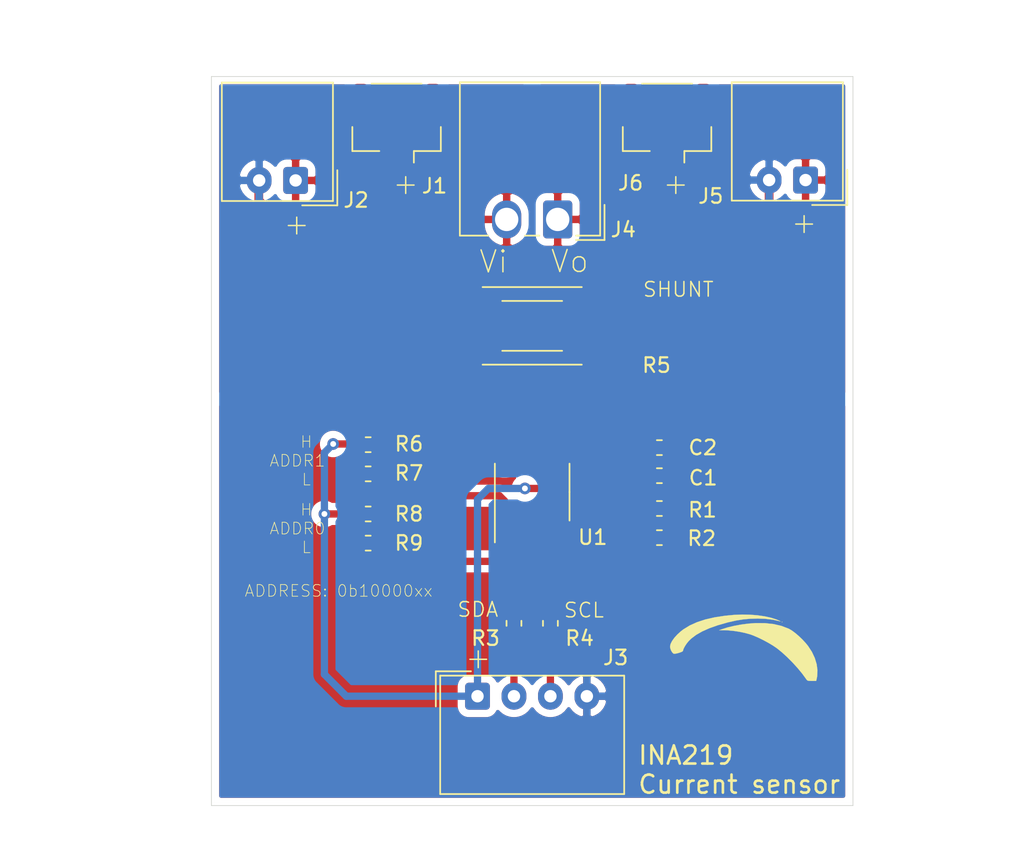
<source format=kicad_pcb>
(kicad_pcb (version 20171130) (host pcbnew "(5.1.6)-1")

  (general
    (thickness 1.6)
    (drawings 18)
    (tracks 81)
    (zones 0)
    (modules 24)
    (nets 11)
  )

  (page A4)
  (layers
    (0 F.Cu signal)
    (31 B.Cu signal)
    (32 B.Adhes user)
    (33 F.Adhes user)
    (34 B.Paste user)
    (35 F.Paste user)
    (36 B.SilkS user)
    (37 F.SilkS user)
    (38 B.Mask user)
    (39 F.Mask user)
    (40 Dwgs.User user)
    (41 Cmts.User user)
    (42 Eco1.User user)
    (43 Eco2.User user)
    (44 Edge.Cuts user)
    (45 Margin user)
    (46 B.CrtYd user hide)
    (47 F.CrtYd user)
    (48 B.Fab user)
    (49 F.Fab user hide)
  )

  (setup
    (last_trace_width 0.6)
    (user_trace_width 0.3)
    (user_trace_width 0.4)
    (user_trace_width 0.5)
    (user_trace_width 0.6)
    (user_trace_width 1)
    (user_trace_width 1.2)
    (trace_clearance 0.2)
    (zone_clearance 0.508)
    (zone_45_only no)
    (trace_min 0.2)
    (via_size 0.8)
    (via_drill 0.4)
    (via_min_size 0.4)
    (via_min_drill 0.3)
    (uvia_size 0.3)
    (uvia_drill 0.1)
    (uvias_allowed no)
    (uvia_min_size 0.2)
    (uvia_min_drill 0.1)
    (edge_width 0.05)
    (segment_width 0.2)
    (pcb_text_width 0.3)
    (pcb_text_size 1.5 1.5)
    (mod_edge_width 0.12)
    (mod_text_size 1 1)
    (mod_text_width 0.15)
    (pad_size 1.524 1.524)
    (pad_drill 0.762)
    (pad_to_mask_clearance 0.05)
    (aux_axis_origin 0 0)
    (visible_elements 7FFFFFFF)
    (pcbplotparams
      (layerselection 0x010fc_ffffffff)
      (usegerberextensions false)
      (usegerberattributes true)
      (usegerberadvancedattributes true)
      (creategerberjobfile true)
      (excludeedgelayer true)
      (linewidth 0.100000)
      (plotframeref false)
      (viasonmask false)
      (mode 1)
      (useauxorigin false)
      (hpglpennumber 1)
      (hpglpenspeed 20)
      (hpglpendiameter 15.000000)
      (psnegative false)
      (psa4output false)
      (plotreference true)
      (plotvalue true)
      (plotinvisibletext false)
      (padsonsilk false)
      (subtractmaskfromsilk false)
      (outputformat 1)
      (mirror false)
      (drillshape 1)
      (scaleselection 1)
      (outputdirectory ""))
  )

  (net 0 "")
  (net 1 GND)
  (net 2 VCC)
  (net 3 "Net-(J3-Pad3)")
  (net 4 "Net-(J3-Pad2)")
  (net 5 "Net-(R1-Pad2)")
  (net 6 "Net-(R2-Pad2)")
  (net 7 "Net-(R6-Pad1)")
  (net 8 "Net-(R8-Pad1)")
  (net 9 /VIN)
  (net 10 /VOUT)

  (net_class Default "This is the default net class."
    (clearance 0.2)
    (trace_width 0.25)
    (via_dia 0.8)
    (via_drill 0.4)
    (uvia_dia 0.3)
    (uvia_drill 0.1)
    (add_net /VIN)
    (add_net /VOUT)
    (add_net GND)
    (add_net "Net-(J3-Pad2)")
    (add_net "Net-(J3-Pad3)")
    (add_net "Net-(R1-Pad2)")
    (add_net "Net-(R2-Pad2)")
    (add_net "Net-(R6-Pad1)")
    (add_net "Net-(R8-Pad1)")
    (add_net VCC)
  )

  (module FlightComputer:BMP-VIR (layer F.Cu) (tedit 0) (tstamp 5FCCDA56)
    (at 547.3 86.425)
    (fp_text reference G*** (at 0 0) (layer F.SilkS) hide
      (effects (font (size 1.524 1.524) (thickness 0.3)))
    )
    (fp_text value LOGO (at 0.75 0) (layer F.SilkS) hide
      (effects (font (size 1.524 1.524) (thickness 0.3)))
    )
    (fp_poly (pts (xy -1.227365 -0.097802) (xy -1.026835 -0.092587) (xy -0.8975 -0.082125) (xy -0.825359 -0.064969)
      (xy -0.796414 -0.03967) (xy -0.79375 -0.024804) (xy -0.807443 0.004753) (xy -0.857855 0.025497)
      (xy -0.958983 0.038877) (xy -1.124827 0.04634) (xy -1.369385 0.049334) (xy -1.513086 0.04961)
      (xy -1.798808 0.048193) (xy -1.999337 0.042978) (xy -2.128673 0.032517) (xy -2.200814 0.01536)
      (xy -2.229758 -0.009939) (xy -2.232422 -0.024804) (xy -2.218729 -0.054362) (xy -2.168318 -0.075106)
      (xy -2.06719 -0.088486) (xy -1.901346 -0.095949) (xy -1.656787 -0.098943) (xy -1.513086 -0.099218)
      (xy -1.227365 -0.097802)) (layer Eco2.User) (width 0.01))
    (fp_poly (pts (xy 2.015763 0.075776) (xy 2.064769 0.153252) (xy 2.051924 0.272852) (xy 1.99285 0.338723)
      (xy 1.960337 0.347266) (xy 1.878198 0.312492) (xy 1.835547 0.272852) (xy 1.798797 0.19345)
      (xy 1.835547 0.124024) (xy 1.930597 0.060009) (xy 2.015763 0.075776)) (layer Eco2.User) (width 0.01))
    (fp_poly (pts (xy -1.227365 0.348682) (xy -1.026835 0.353897) (xy -0.8975 0.364359) (xy -0.825359 0.381515)
      (xy -0.796414 0.406814) (xy -0.79375 0.42168) (xy -0.807443 0.451237) (xy -0.857855 0.471982)
      (xy -0.958983 0.485361) (xy -1.124827 0.492824) (xy -1.369385 0.495818) (xy -1.513086 0.496094)
      (xy -1.798808 0.494677) (xy -1.999337 0.489463) (xy -2.128673 0.479001) (xy -2.200814 0.461845)
      (xy -2.229758 0.436546) (xy -2.232422 0.42168) (xy -2.218729 0.392123) (xy -2.168318 0.371378)
      (xy -2.06719 0.357999) (xy -1.901346 0.350536) (xy -1.656787 0.347541) (xy -1.513086 0.347266)
      (xy -1.227365 0.348682)) (layer Eco2.User) (width 0.01))
    (fp_poly (pts (xy 3.584738 -0.691983) (xy 3.778121 -0.683823) (xy 3.948977 -0.669593) (xy 4.077046 -0.649316)
      (xy 4.111222 -0.639704) (xy 4.273897 -0.5411) (xy 4.357288 -0.399265) (xy 4.358144 -0.234708)
      (xy 4.273214 -0.067941) (xy 4.212114 -0.003025) (xy 4.11854 0.100311) (xy 4.105297 0.163461)
      (xy 4.113839 0.171322) (xy 4.164993 0.231882) (xy 4.239284 0.352515) (xy 4.297809 0.462398)
      (xy 4.382547 0.620303) (xy 4.462804 0.75165) (xy 4.502992 0.806153) (xy 4.538869 0.85521)
      (xy 4.524217 0.881174) (xy 4.442116 0.891328) (xy 4.301322 0.892969) (xy 4.023203 0.892969)
      (xy 3.834746 0.53603) (xy 3.73969 0.36739) (xy 3.654566 0.236432) (xy 3.604376 0.177443)
      (xy 3.767404 0.177443) (xy 3.813389 0.278285) (xy 3.839092 0.318878) (xy 3.932229 0.471847)
      (xy 4.009624 0.624328) (xy 4.01629 0.639927) (xy 4.089711 0.756292) (xy 4.191334 0.793582)
      (xy 4.20092 0.79375) (xy 4.321834 0.79375) (xy 4.16927 0.507511) (xy 4.044843 0.305424)
      (xy 3.926396 0.171121) (xy 3.824049 0.114345) (xy 3.770747 0.123755) (xy 3.767404 0.177443)
      (xy 3.604376 0.177443) (xy 3.594383 0.165699) (xy 3.584277 0.159826) (xy 3.544212 0.188369)
      (xy 3.522566 0.285925) (xy 3.518452 0.424182) (xy 3.530985 0.574832) (xy 3.55928 0.709563)
      (xy 3.602452 0.800065) (xy 3.604368 0.802246) (xy 3.63974 0.84731) (xy 3.634499 0.87417)
      (xy 3.572791 0.887387) (xy 3.438765 0.891523) (xy 3.29431 0.89146) (xy 3.098805 0.887377)
      (xy 2.993431 0.875985) (xy 2.96927 0.855765) (xy 2.988964 0.839386) (xy 3.023941 0.808268)
      (xy 3.048175 0.751869) (xy 3.063562 0.654018) (xy 3.072 0.49854) (xy 3.075385 0.269263)
      (xy 3.075781 0.099219) (xy 3.224609 0.099219) (xy 3.225345 0.374056) (xy 3.229005 0.564924)
      (xy 3.237768 0.687072) (xy 3.253811 0.755747) (xy 3.279314 0.786197) (xy 3.316453 0.793668)
      (xy 3.323828 0.79375) (xy 3.36309 0.788598) (xy 3.390357 0.762976) (xy 3.407807 0.701637)
      (xy 3.417617 0.589334) (xy 3.421967 0.410818) (xy 3.423035 0.150841) (xy 3.423047 0.099219)
      (xy 3.422977 0.072976) (xy 3.897689 0.072976) (xy 3.92298 0.094374) (xy 4.008416 0.052716)
      (xy 4.086083 -0.0036) (xy 4.188832 -0.134687) (xy 4.22121 -0.289684) (xy 4.181908 -0.435665)
      (xy 4.106539 -0.518085) (xy 3.985975 -0.586207) (xy 3.91553 -0.594215) (xy 3.907939 -0.544653)
      (xy 3.941132 -0.485055) (xy 4.001306 -0.351613) (xy 4.018359 -0.248047) (xy 3.989399 -0.107937)
      (xy 3.941132 -0.011038) (xy 3.897689 0.072976) (xy 3.422977 0.072976) (xy 3.42231 -0.175618)
      (xy 3.420446 -0.272851) (xy 3.522265 -0.272851) (xy 3.524757 -0.099256) (xy 3.537496 -0.002538)
      (xy 3.568379 0.039618) (xy 3.625301 0.049526) (xy 3.636367 0.04961) (xy 3.752989 0.025104)
      (xy 3.81 -0.009922) (xy 3.84792 -0.09475) (xy 3.868375 -0.231825) (xy 3.869531 -0.272851)
      (xy 3.846664 -0.456746) (xy 3.773439 -0.56102) (xy 3.642922 -0.595263) (xy 3.636367 -0.595312)
      (xy 3.574941 -0.58827) (xy 3.540717 -0.552268) (xy 3.525801 -0.464991) (xy 3.522295 -0.304125)
      (xy 3.522265 -0.272851) (xy 3.420446 -0.272851) (xy 3.41865 -0.366486) (xy 3.409888 -0.488634)
      (xy 3.393844 -0.557309) (xy 3.368342 -0.587759) (xy 3.331202 -0.59523) (xy 3.323828 -0.595312)
      (xy 3.284565 -0.59016) (xy 3.257298 -0.564538) (xy 3.239849 -0.503199) (xy 3.230038 -0.390896)
      (xy 3.225688 -0.21238) (xy 3.224621 0.047597) (xy 3.224609 0.099219) (xy 3.075781 0.099219)
      (xy 3.074428 -0.179398) (xy 3.069105 -0.37499) (xy 3.057914 -0.503731) (xy 3.038959 -0.581794)
      (xy 3.010343 -0.625351) (xy 2.988964 -0.640948) (xy 2.991105 -0.663474) (xy 3.072011 -0.679819)
      (xy 3.211424 -0.690003) (xy 3.389086 -0.69405) (xy 3.584738 -0.691983)) (layer Eco2.User) (width 0.01))
    (fp_poly (pts (xy 0.579366 -0.693022) (xy 0.773404 -0.688916) (xy 0.877367 -0.677446) (xy 0.900228 -0.65706)
      (xy 0.880566 -0.640948) (xy 0.845589 -0.60983) (xy 0.821356 -0.553431) (xy 0.805969 -0.45558)
      (xy 0.797531 -0.300102) (xy 0.794146 -0.070825) (xy 0.79375 0.099219) (xy 0.795102 0.377836)
      (xy 0.800426 0.573428) (xy 0.811616 0.702169) (xy 0.830571 0.780232) (xy 0.859188 0.823789)
      (xy 0.880566 0.839386) (xy 0.899712 0.865517) (xy 0.842844 0.881853) (xy 0.70099 0.889945)
      (xy 0.579366 0.89146) (xy 0.38754 0.890478) (xy 0.279347 0.883118) (xy 0.239234 0.865546)
      (xy 0.251649 0.833926) (xy 0.269308 0.815011) (xy 0.306237 0.727611) (xy 0.332819 0.565786)
      (xy 0.349051 0.353791) (xy 0.354935 0.115878) (xy 0.354625 0.099219) (xy 0.446484 0.099219)
      (xy 0.44722 0.374056) (xy 0.45088 0.564924) (xy 0.459643 0.687072) (xy 0.475686 0.755747)
      (xy 0.501189 0.786197) (xy 0.538328 0.793668) (xy 0.545703 0.79375) (xy 0.584965 0.788598)
      (xy 0.612232 0.762976) (xy 0.629682 0.701637) (xy 0.639492 0.589334) (xy 0.643842 0.410818)
      (xy 0.64491 0.150841) (xy 0.644922 0.099219) (xy 0.644185 -0.175618) (xy 0.640525 -0.366486)
      (xy 0.631763 -0.488634) (xy 0.615719 -0.557309) (xy 0.590217 -0.587759) (xy 0.553077 -0.59523)
      (xy 0.545703 -0.595312) (xy 0.50644 -0.59016) (xy 0.479173 -0.564538) (xy 0.461724 -0.503199)
      (xy 0.451913 -0.390896) (xy 0.447563 -0.21238) (xy 0.446496 0.047597) (xy 0.446484 0.099219)
      (xy 0.354625 0.099219) (xy 0.350471 -0.123699) (xy 0.335658 -0.340686) (xy 0.310497 -0.51083)
      (xy 0.274987 -0.609878) (xy 0.269308 -0.616573) (xy 0.239053 -0.655429) (xy 0.254623 -0.678584)
      (xy 0.331572 -0.689875) (xy 0.485452 -0.693135) (xy 0.579366 -0.693022)) (layer Eco2.User) (width 0.01))
    (fp_poly (pts (xy -4.043947 -0.692372) (xy -3.939855 -0.683851) (xy -3.907047 -0.665899) (xy -3.931583 -0.635449)
      (xy -3.939102 -0.629793) (xy -3.97699 -0.595561) (xy -3.994894 -0.549252) (xy -3.991073 -0.471694)
      (xy -3.963784 -0.343712) (xy -3.911287 -0.146134) (xy -3.887271 -0.059285) (xy -3.827324 0.147915)
      (xy -3.774609 0.314038) (xy -3.735696 0.419317) (xy -3.719226 0.446485) (xy -3.692881 0.4026)
      (xy -3.645249 0.284917) (xy -3.58447 0.114389) (xy -3.550573 0.012403) (xy -3.486111 -0.18517)
      (xy -3.432094 -0.349047) (xy -3.396638 -0.454677) (xy -3.388666 -0.477295) (xy -3.403302 -0.552185)
      (xy -3.448542 -0.61372) (xy -3.48694 -0.660385) (xy -3.470473 -0.684508) (xy -3.38279 -0.693419)
      (xy -3.268281 -0.694531) (xy -3.121904 -0.69121) (xy -3.060393 -0.677937) (xy -3.069523 -0.649745)
      (xy -3.090652 -0.632519) (xy -3.13607 -0.565911) (xy -3.205941 -0.42344) (xy -3.292338 -0.22303)
      (xy -3.387333 0.017394) (xy -3.43624 0.148828) (xy -3.698385 0.868164) (xy -3.880178 0.883383)
      (xy -4.061971 0.898601) (xy -4.216917 0.387289) (xy -4.286944 0.156023) (xy -4.351685 -0.058113)
      (xy -4.402321 -0.225934) (xy -4.423883 -0.297656) (xy -4.479829 -0.449878) (xy -4.531144 -0.553918)
      (xy -4.359157 -0.553918) (xy -4.347954 -0.470468) (xy -4.301829 -0.317001) (xy -4.294423 -0.294091)
      (xy -4.246855 -0.143164) (xy -4.182993 0.064954) (xy -4.114467 0.29225) (xy -4.094391 0.359668)
      (xy -4.017934 0.591298) (xy -3.951938 0.737952) (xy -3.899237 0.793436) (xy -3.895669 0.79375)
      (xy -3.818044 0.771062) (xy -3.803956 0.756543) (xy -3.807361 0.694981) (xy -3.835482 0.563566)
      (xy -3.88277 0.386931) (xy -3.901772 0.322461) (xy -3.97004 0.095098) (xy -4.038507 -0.134389)
      (xy -4.093415 -0.31987) (xy -4.097818 -0.334863) (xy -4.154463 -0.495494) (xy -4.211163 -0.576048)
      (xy -4.269927 -0.595312) (xy -4.333722 -0.588487) (xy -4.359157 -0.553918) (xy -4.531144 -0.553918)
      (xy -4.543534 -0.579038) (xy -4.545931 -0.58291) (xy -4.61596 -0.694531) (xy -4.233264 -0.694531)
      (xy -4.043947 -0.692372)) (layer Eco2.User) (width 0.01))
  )

  (module FlightComputer:BMP-VIR (layer F.Cu) (tedit 0) (tstamp 5FCCD8C4)
    (at 574.275 81.9)
    (fp_text reference G*** (at 0 0) (layer F.SilkS) hide
      (effects (font (size 1.524 1.524) (thickness 0.3)))
    )
    (fp_text value LOGO (at 0.75 0) (layer F.SilkS) hide
      (effects (font (size 1.524 1.524) (thickness 0.3)))
    )
    (fp_poly (pts (xy -4.043947 -0.692372) (xy -3.939855 -0.683851) (xy -3.907047 -0.665899) (xy -3.931583 -0.635449)
      (xy -3.939102 -0.629793) (xy -3.97699 -0.595561) (xy -3.994894 -0.549252) (xy -3.991073 -0.471694)
      (xy -3.963784 -0.343712) (xy -3.911287 -0.146134) (xy -3.887271 -0.059285) (xy -3.827324 0.147915)
      (xy -3.774609 0.314038) (xy -3.735696 0.419317) (xy -3.719226 0.446485) (xy -3.692881 0.4026)
      (xy -3.645249 0.284917) (xy -3.58447 0.114389) (xy -3.550573 0.012403) (xy -3.486111 -0.18517)
      (xy -3.432094 -0.349047) (xy -3.396638 -0.454677) (xy -3.388666 -0.477295) (xy -3.403302 -0.552185)
      (xy -3.448542 -0.61372) (xy -3.48694 -0.660385) (xy -3.470473 -0.684508) (xy -3.38279 -0.693419)
      (xy -3.268281 -0.694531) (xy -3.121904 -0.69121) (xy -3.060393 -0.677937) (xy -3.069523 -0.649745)
      (xy -3.090652 -0.632519) (xy -3.13607 -0.565911) (xy -3.205941 -0.42344) (xy -3.292338 -0.22303)
      (xy -3.387333 0.017394) (xy -3.43624 0.148828) (xy -3.698385 0.868164) (xy -3.880178 0.883383)
      (xy -4.061971 0.898601) (xy -4.216917 0.387289) (xy -4.286944 0.156023) (xy -4.351685 -0.058113)
      (xy -4.402321 -0.225934) (xy -4.423883 -0.297656) (xy -4.479829 -0.449878) (xy -4.531144 -0.553918)
      (xy -4.359157 -0.553918) (xy -4.347954 -0.470468) (xy -4.301829 -0.317001) (xy -4.294423 -0.294091)
      (xy -4.246855 -0.143164) (xy -4.182993 0.064954) (xy -4.114467 0.29225) (xy -4.094391 0.359668)
      (xy -4.017934 0.591298) (xy -3.951938 0.737952) (xy -3.899237 0.793436) (xy -3.895669 0.79375)
      (xy -3.818044 0.771062) (xy -3.803956 0.756543) (xy -3.807361 0.694981) (xy -3.835482 0.563566)
      (xy -3.88277 0.386931) (xy -3.901772 0.322461) (xy -3.97004 0.095098) (xy -4.038507 -0.134389)
      (xy -4.093415 -0.31987) (xy -4.097818 -0.334863) (xy -4.154463 -0.495494) (xy -4.211163 -0.576048)
      (xy -4.269927 -0.595312) (xy -4.333722 -0.588487) (xy -4.359157 -0.553918) (xy -4.531144 -0.553918)
      (xy -4.543534 -0.579038) (xy -4.545931 -0.58291) (xy -4.61596 -0.694531) (xy -4.233264 -0.694531)
      (xy -4.043947 -0.692372)) (layer Eco2.User) (width 0.01))
    (fp_poly (pts (xy 0.579366 -0.693022) (xy 0.773404 -0.688916) (xy 0.877367 -0.677446) (xy 0.900228 -0.65706)
      (xy 0.880566 -0.640948) (xy 0.845589 -0.60983) (xy 0.821356 -0.553431) (xy 0.805969 -0.45558)
      (xy 0.797531 -0.300102) (xy 0.794146 -0.070825) (xy 0.79375 0.099219) (xy 0.795102 0.377836)
      (xy 0.800426 0.573428) (xy 0.811616 0.702169) (xy 0.830571 0.780232) (xy 0.859188 0.823789)
      (xy 0.880566 0.839386) (xy 0.899712 0.865517) (xy 0.842844 0.881853) (xy 0.70099 0.889945)
      (xy 0.579366 0.89146) (xy 0.38754 0.890478) (xy 0.279347 0.883118) (xy 0.239234 0.865546)
      (xy 0.251649 0.833926) (xy 0.269308 0.815011) (xy 0.306237 0.727611) (xy 0.332819 0.565786)
      (xy 0.349051 0.353791) (xy 0.354935 0.115878) (xy 0.354625 0.099219) (xy 0.446484 0.099219)
      (xy 0.44722 0.374056) (xy 0.45088 0.564924) (xy 0.459643 0.687072) (xy 0.475686 0.755747)
      (xy 0.501189 0.786197) (xy 0.538328 0.793668) (xy 0.545703 0.79375) (xy 0.584965 0.788598)
      (xy 0.612232 0.762976) (xy 0.629682 0.701637) (xy 0.639492 0.589334) (xy 0.643842 0.410818)
      (xy 0.64491 0.150841) (xy 0.644922 0.099219) (xy 0.644185 -0.175618) (xy 0.640525 -0.366486)
      (xy 0.631763 -0.488634) (xy 0.615719 -0.557309) (xy 0.590217 -0.587759) (xy 0.553077 -0.59523)
      (xy 0.545703 -0.595312) (xy 0.50644 -0.59016) (xy 0.479173 -0.564538) (xy 0.461724 -0.503199)
      (xy 0.451913 -0.390896) (xy 0.447563 -0.21238) (xy 0.446496 0.047597) (xy 0.446484 0.099219)
      (xy 0.354625 0.099219) (xy 0.350471 -0.123699) (xy 0.335658 -0.340686) (xy 0.310497 -0.51083)
      (xy 0.274987 -0.609878) (xy 0.269308 -0.616573) (xy 0.239053 -0.655429) (xy 0.254623 -0.678584)
      (xy 0.331572 -0.689875) (xy 0.485452 -0.693135) (xy 0.579366 -0.693022)) (layer Eco2.User) (width 0.01))
    (fp_poly (pts (xy 3.584738 -0.691983) (xy 3.778121 -0.683823) (xy 3.948977 -0.669593) (xy 4.077046 -0.649316)
      (xy 4.111222 -0.639704) (xy 4.273897 -0.5411) (xy 4.357288 -0.399265) (xy 4.358144 -0.234708)
      (xy 4.273214 -0.067941) (xy 4.212114 -0.003025) (xy 4.11854 0.100311) (xy 4.105297 0.163461)
      (xy 4.113839 0.171322) (xy 4.164993 0.231882) (xy 4.239284 0.352515) (xy 4.297809 0.462398)
      (xy 4.382547 0.620303) (xy 4.462804 0.75165) (xy 4.502992 0.806153) (xy 4.538869 0.85521)
      (xy 4.524217 0.881174) (xy 4.442116 0.891328) (xy 4.301322 0.892969) (xy 4.023203 0.892969)
      (xy 3.834746 0.53603) (xy 3.73969 0.36739) (xy 3.654566 0.236432) (xy 3.604376 0.177443)
      (xy 3.767404 0.177443) (xy 3.813389 0.278285) (xy 3.839092 0.318878) (xy 3.932229 0.471847)
      (xy 4.009624 0.624328) (xy 4.01629 0.639927) (xy 4.089711 0.756292) (xy 4.191334 0.793582)
      (xy 4.20092 0.79375) (xy 4.321834 0.79375) (xy 4.16927 0.507511) (xy 4.044843 0.305424)
      (xy 3.926396 0.171121) (xy 3.824049 0.114345) (xy 3.770747 0.123755) (xy 3.767404 0.177443)
      (xy 3.604376 0.177443) (xy 3.594383 0.165699) (xy 3.584277 0.159826) (xy 3.544212 0.188369)
      (xy 3.522566 0.285925) (xy 3.518452 0.424182) (xy 3.530985 0.574832) (xy 3.55928 0.709563)
      (xy 3.602452 0.800065) (xy 3.604368 0.802246) (xy 3.63974 0.84731) (xy 3.634499 0.87417)
      (xy 3.572791 0.887387) (xy 3.438765 0.891523) (xy 3.29431 0.89146) (xy 3.098805 0.887377)
      (xy 2.993431 0.875985) (xy 2.96927 0.855765) (xy 2.988964 0.839386) (xy 3.023941 0.808268)
      (xy 3.048175 0.751869) (xy 3.063562 0.654018) (xy 3.072 0.49854) (xy 3.075385 0.269263)
      (xy 3.075781 0.099219) (xy 3.224609 0.099219) (xy 3.225345 0.374056) (xy 3.229005 0.564924)
      (xy 3.237768 0.687072) (xy 3.253811 0.755747) (xy 3.279314 0.786197) (xy 3.316453 0.793668)
      (xy 3.323828 0.79375) (xy 3.36309 0.788598) (xy 3.390357 0.762976) (xy 3.407807 0.701637)
      (xy 3.417617 0.589334) (xy 3.421967 0.410818) (xy 3.423035 0.150841) (xy 3.423047 0.099219)
      (xy 3.422977 0.072976) (xy 3.897689 0.072976) (xy 3.92298 0.094374) (xy 4.008416 0.052716)
      (xy 4.086083 -0.0036) (xy 4.188832 -0.134687) (xy 4.22121 -0.289684) (xy 4.181908 -0.435665)
      (xy 4.106539 -0.518085) (xy 3.985975 -0.586207) (xy 3.91553 -0.594215) (xy 3.907939 -0.544653)
      (xy 3.941132 -0.485055) (xy 4.001306 -0.351613) (xy 4.018359 -0.248047) (xy 3.989399 -0.107937)
      (xy 3.941132 -0.011038) (xy 3.897689 0.072976) (xy 3.422977 0.072976) (xy 3.42231 -0.175618)
      (xy 3.420446 -0.272851) (xy 3.522265 -0.272851) (xy 3.524757 -0.099256) (xy 3.537496 -0.002538)
      (xy 3.568379 0.039618) (xy 3.625301 0.049526) (xy 3.636367 0.04961) (xy 3.752989 0.025104)
      (xy 3.81 -0.009922) (xy 3.84792 -0.09475) (xy 3.868375 -0.231825) (xy 3.869531 -0.272851)
      (xy 3.846664 -0.456746) (xy 3.773439 -0.56102) (xy 3.642922 -0.595263) (xy 3.636367 -0.595312)
      (xy 3.574941 -0.58827) (xy 3.540717 -0.552268) (xy 3.525801 -0.464991) (xy 3.522295 -0.304125)
      (xy 3.522265 -0.272851) (xy 3.420446 -0.272851) (xy 3.41865 -0.366486) (xy 3.409888 -0.488634)
      (xy 3.393844 -0.557309) (xy 3.368342 -0.587759) (xy 3.331202 -0.59523) (xy 3.323828 -0.595312)
      (xy 3.284565 -0.59016) (xy 3.257298 -0.564538) (xy 3.239849 -0.503199) (xy 3.230038 -0.390896)
      (xy 3.225688 -0.21238) (xy 3.224621 0.047597) (xy 3.224609 0.099219) (xy 3.075781 0.099219)
      (xy 3.074428 -0.179398) (xy 3.069105 -0.37499) (xy 3.057914 -0.503731) (xy 3.038959 -0.581794)
      (xy 3.010343 -0.625351) (xy 2.988964 -0.640948) (xy 2.991105 -0.663474) (xy 3.072011 -0.679819)
      (xy 3.211424 -0.690003) (xy 3.389086 -0.69405) (xy 3.584738 -0.691983)) (layer Eco2.User) (width 0.01))
    (fp_poly (pts (xy -1.227365 0.348682) (xy -1.026835 0.353897) (xy -0.8975 0.364359) (xy -0.825359 0.381515)
      (xy -0.796414 0.406814) (xy -0.79375 0.42168) (xy -0.807443 0.451237) (xy -0.857855 0.471982)
      (xy -0.958983 0.485361) (xy -1.124827 0.492824) (xy -1.369385 0.495818) (xy -1.513086 0.496094)
      (xy -1.798808 0.494677) (xy -1.999337 0.489463) (xy -2.128673 0.479001) (xy -2.200814 0.461845)
      (xy -2.229758 0.436546) (xy -2.232422 0.42168) (xy -2.218729 0.392123) (xy -2.168318 0.371378)
      (xy -2.06719 0.357999) (xy -1.901346 0.350536) (xy -1.656787 0.347541) (xy -1.513086 0.347266)
      (xy -1.227365 0.348682)) (layer Eco2.User) (width 0.01))
    (fp_poly (pts (xy 2.015763 0.075776) (xy 2.064769 0.153252) (xy 2.051924 0.272852) (xy 1.99285 0.338723)
      (xy 1.960337 0.347266) (xy 1.878198 0.312492) (xy 1.835547 0.272852) (xy 1.798797 0.19345)
      (xy 1.835547 0.124024) (xy 1.930597 0.060009) (xy 2.015763 0.075776)) (layer Eco2.User) (width 0.01))
    (fp_poly (pts (xy -1.227365 -0.097802) (xy -1.026835 -0.092587) (xy -0.8975 -0.082125) (xy -0.825359 -0.064969)
      (xy -0.796414 -0.03967) (xy -0.79375 -0.024804) (xy -0.807443 0.004753) (xy -0.857855 0.025497)
      (xy -0.958983 0.038877) (xy -1.124827 0.04634) (xy -1.369385 0.049334) (xy -1.513086 0.04961)
      (xy -1.798808 0.048193) (xy -1.999337 0.042978) (xy -2.128673 0.032517) (xy -2.200814 0.01536)
      (xy -2.229758 -0.009939) (xy -2.232422 -0.024804) (xy -2.218729 -0.054362) (xy -2.168318 -0.075106)
      (xy -2.06719 -0.088486) (xy -1.901346 -0.095949) (xy -1.656787 -0.098943) (xy -1.513086 -0.099218)
      (xy -1.227365 -0.097802)) (layer Eco2.User) (width 0.01))
  )

  (module FlightComputer:LOGO-GLIDER (layer F.Cu) (tedit 0) (tstamp 5FCCD7F6)
    (at 575.7 79.25)
    (fp_text reference G*** (at 0 0) (layer F.SilkS) hide
      (effects (font (size 1.524 1.524) (thickness 0.3)))
    )
    (fp_text value LOGO (at 0.75 0) (layer F.SilkS) hide
      (effects (font (size 1.524 1.524) (thickness 0.3)))
    )
    (fp_poly (pts (xy 1.514434 -1.762348) (xy 2.105247 -1.698538) (xy 2.644011 -1.573238) (xy 3.134462 -1.385805)
      (xy 3.164541 -1.371561) (xy 3.363819 -1.2542) (xy 3.594819 -1.082708) (xy 3.840657 -0.87228)
      (xy 4.084447 -0.638107) (xy 4.309304 -0.395383) (xy 4.471573 -0.195506) (xy 4.734273 0.207648)
      (xy 4.931295 0.626243) (xy 5.059637 1.049436) (xy 5.116293 1.466387) (xy 5.09826 1.866253)
      (xy 5.076492 1.987583) (xy 5.030651 2.201333) (xy 4.727242 2.201044) (xy 4.56912 2.199279)
      (xy 4.471017 2.188016) (xy 4.408289 2.15774) (xy 4.356286 2.098934) (xy 4.318 2.043047)
      (xy 4.060907 1.691016) (xy 3.749884 1.315278) (xy 3.40357 0.935367) (xy 3.040609 0.570821)
      (xy 2.67964 0.241174) (xy 2.339307 -0.034037) (xy 2.327946 -0.042482) (xy 2.058637 -0.225218)
      (xy 1.736881 -0.416941) (xy 1.387644 -0.604719) (xy 1.035893 -0.775623) (xy 0.706594 -0.916722)
      (xy 0.486833 -0.996026) (xy 0.14134 -1.090671) (xy -0.250663 -1.171098) (xy -0.654274 -1.231647)
      (xy -1.03459 -1.26666) (xy -1.22129 -1.272983) (xy -1.629833 -1.275966) (xy -1.4605 -1.338221)
      (xy -1.061011 -1.464794) (xy -0.602881 -1.575436) (xy -0.111381 -1.665512) (xy 0.388221 -1.730384)
      (xy 0.867833 -1.765307) (xy 1.514434 -1.762348)) (layer F.SilkS) (width 0.01))
    (fp_poly (pts (xy 0.477123 -2.34095) (xy 0.991111 -2.300802) (xy 1.474306 -2.232562) (xy 1.912169 -2.138048)
      (xy 2.290158 -2.019077) (xy 2.455333 -1.949507) (xy 2.54773 -1.903941) (xy 2.583629 -1.881127)
      (xy 2.568821 -1.882486) (xy 2.068077 -1.994566) (xy 1.515632 -2.06043) (xy 1.019352 -2.078105)
      (xy 0.503513 -2.063587) (xy 0.016356 -2.01855) (xy -0.474618 -1.938716) (xy -1.00191 -1.81981)
      (xy -1.0644 -1.803937) (xy -1.721 -1.616981) (xy -2.295856 -1.41375) (xy -2.790445 -1.193536)
      (xy -3.206246 -0.955629) (xy -3.544737 -0.699319) (xy -3.715783 -0.531557) (xy -3.844462 -0.374175)
      (xy -3.959664 -0.203583) (xy -4.048837 -0.041338) (xy -4.099428 0.091003) (xy -4.106333 0.139194)
      (xy -4.144053 0.179501) (xy -4.24104 0.22649) (xy -4.373039 0.27298) (xy -4.515794 0.311788)
      (xy -4.645048 0.335734) (xy -4.736547 0.337634) (xy -4.755709 0.331463) (xy -4.85043 0.241153)
      (xy -4.932228 0.099566) (xy -4.984706 -0.059977) (xy -4.995333 -0.155459) (xy -4.959778 -0.329852)
      (xy -4.859303 -0.533064) (xy -4.703193 -0.753146) (xy -4.500734 -0.97815) (xy -4.261212 -1.196127)
      (xy -4.075922 -1.33852) (xy -3.642632 -1.60392) (xy -3.142048 -1.829252) (xy -2.572393 -2.015022)
      (xy -1.931892 -2.161732) (xy -1.218769 -2.269888) (xy -0.585067 -2.329695) (xy -0.053116 -2.351187)
      (xy 0.477123 -2.34095)) (layer F.SilkS) (width 0.01))
    (fp_poly (pts (xy 2.709333 -1.8415) (xy 2.688167 -1.820333) (xy 2.667 -1.8415) (xy 2.688167 -1.862667)
      (xy 2.709333 -1.8415)) (layer F.SilkS) (width 0.01))
  )

  (module FlightComputer:BMP-Power-Source (layer F.Cu) (tedit 0) (tstamp 5FCCD352)
    (at 576.8 54.325 90)
    (fp_text reference G*** (at 0 0 90) (layer F.SilkS) hide
      (effects (font (size 1.524 1.524) (thickness 0.3)))
    )
    (fp_text value LOGO (at 0.75 0 90) (layer F.SilkS) hide
      (effects (font (size 1.524 1.524) (thickness 0.3)))
    )
    (fp_poly (pts (xy -1.785938 0.942578) (xy 0.843359 0.942578) (xy 0.843359 0.248047) (xy 0.845091 -0.001566)
      (xy 0.849849 -0.211381) (xy 0.856972 -0.363649) (xy 0.865802 -0.440619) (xy 0.869149 -0.446484)
      (xy 0.912947 -0.41747) (xy 1.027212 -0.334639) (xy 1.203492 -0.204306) (xy 1.433334 -0.032788)
      (xy 1.708286 0.173599) (xy 2.019896 0.408539) (xy 2.359711 0.665716) (xy 2.503396 0.77473)
      (xy 4.111852 1.995944) (xy 3.87907 2.17843) (xy 3.783347 2.252299) (xy 3.619732 2.377238)
      (xy 3.399588 2.544626) (xy 3.134279 2.74584) (xy 2.835167 2.97226) (xy 2.513616 3.215264)
      (xy 2.306836 3.371328) (xy 1.986781 3.612781) (xy 1.690564 3.836292) (xy 1.427861 4.034556)
      (xy 1.208348 4.200269) (xy 1.041702 4.326125) (xy 0.937599 4.404821) (xy 0.906763 4.428211)
      (xy 0.881702 4.425351) (xy 0.862892 4.365733) (xy 0.849125 4.238548) (xy 0.839191 4.032989)
      (xy 0.832349 3.762829) (xy 0.818554 3.050977) (xy -1.525489 3.038088) (xy -3.869532 3.0252)
      (xy -3.869532 -4.365625) (xy -1.785938 -4.365625) (xy -1.785938 0.942578)) (layer Eco2.User) (width 0.01))
  )

  (module FlightComputer:BMP-Power-Source (layer F.Cu) (tedit 0) (tstamp 5FCCD341)
    (at 546.975 55.075)
    (fp_text reference G*** (at 0 0) (layer F.SilkS) hide
      (effects (font (size 1.524 1.524) (thickness 0.3)))
    )
    (fp_text value LOGO (at 0.75 0) (layer F.SilkS) hide
      (effects (font (size 1.524 1.524) (thickness 0.3)))
    )
    (fp_poly (pts (xy -1.785938 0.942578) (xy 0.843359 0.942578) (xy 0.843359 0.248047) (xy 0.845091 -0.001566)
      (xy 0.849849 -0.211381) (xy 0.856972 -0.363649) (xy 0.865802 -0.440619) (xy 0.869149 -0.446484)
      (xy 0.912947 -0.41747) (xy 1.027212 -0.334639) (xy 1.203492 -0.204306) (xy 1.433334 -0.032788)
      (xy 1.708286 0.173599) (xy 2.019896 0.408539) (xy 2.359711 0.665716) (xy 2.503396 0.77473)
      (xy 4.111852 1.995944) (xy 3.87907 2.17843) (xy 3.783347 2.252299) (xy 3.619732 2.377238)
      (xy 3.399588 2.544626) (xy 3.134279 2.74584) (xy 2.835167 2.97226) (xy 2.513616 3.215264)
      (xy 2.306836 3.371328) (xy 1.986781 3.612781) (xy 1.690564 3.836292) (xy 1.427861 4.034556)
      (xy 1.208348 4.200269) (xy 1.041702 4.326125) (xy 0.937599 4.404821) (xy 0.906763 4.428211)
      (xy 0.881702 4.425351) (xy 0.862892 4.365733) (xy 0.849125 4.238548) (xy 0.839191 4.032989)
      (xy 0.832349 3.762829) (xy 0.818554 3.050977) (xy -1.525489 3.038088) (xy -3.869532 3.0252)
      (xy -3.869532 -4.365625) (xy -1.785938 -4.365625) (xy -1.785938 0.942578)) (layer Eco2.User) (width 0.01))
  )

  (module Resistor_SMD:R_2512_6332Metric_Pad1.52x3.35mm_HandSolder (layer F.Cu) (tedit 5FCC5000) (tstamp 5FD3C416)
    (at 561.25 57.1)
    (descr "Resistor SMD 2512 (6332 Metric), square (rectangular) end terminal, IPC_7351 nominal with elongated pad for handsoldering. (Body size source: http://www.tortai-tech.com/upload/download/2011102023233369053.pdf), generated with kicad-footprint-generator")
    (tags "resistor handsolder")
    (path /603FA68E)
    (attr smd)
    (fp_text reference R5 (at 8.525 2.7) (layer F.SilkS)
      (effects (font (size 1 1) (thickness 0.15)))
    )
    (fp_text value 2mR (at 0 2.62) (layer F.Fab)
      (effects (font (size 1 1) (thickness 0.15)))
    )
    (fp_text user %R (at 0 0) (layer F.Fab)
      (effects (font (size 1 1) (thickness 0.15)))
    )
    (fp_line (start -3.15 1.6) (end -3.15 -1.6) (layer F.Fab) (width 0.1))
    (fp_line (start -3.15 -1.6) (end 3.15 -1.6) (layer F.Fab) (width 0.1))
    (fp_line (start 3.15 -1.6) (end 3.15 1.6) (layer F.Fab) (width 0.1))
    (fp_line (start 3.15 1.6) (end -3.15 1.6) (layer F.Fab) (width 0.1))
    (fp_line (start -2.052064 -1.71) (end 2.052064 -1.71) (layer F.SilkS) (width 0.12))
    (fp_line (start -2.052064 1.71) (end 2.052064 1.71) (layer F.SilkS) (width 0.12))
    (fp_line (start -4 1.92) (end -4 -1.92) (layer F.CrtYd) (width 0.05))
    (fp_line (start -4 -1.92) (end 4 -1.92) (layer F.CrtYd) (width 0.05))
    (fp_line (start 4 -1.92) (end 4 1.92) (layer F.CrtYd) (width 0.05))
    (fp_line (start 4 1.92) (end -4 1.92) (layer F.CrtYd) (width 0.05))
    (pad 2 smd roundrect (at 2.9875 0) (size 1.525 3.8) (layers F.Cu F.Paste F.Mask) (roundrect_rratio 0.164)
      (net 10 /VOUT))
    (pad 1 smd roundrect (at -2.9875 0) (size 1.525 3.8) (layers F.Cu F.Paste F.Mask) (roundrect_rratio 0.164)
      (net 9 /VIN))
    (model ${KISYS3DMOD}/Resistor_SMD.3dshapes/R_2512_6332Metric.wrl
      (at (xyz 0 0 0))
      (scale (xyz 1 1 1))
      (rotate (xyz 0 0 0))
    )
  )

  (module FlightComputer:R_4527 (layer F.Cu) (tedit 5FCC4FC7) (tstamp 5FCCC725)
    (at 561.25 57.1)
    (descr "Resistor SMDR_4527")
    (tags "resistor handsolder")
    (path /5FD0F96D)
    (attr smd)
    (fp_text reference R10 (at 0 -3.6) (layer F.SilkS) hide
      (effects (font (size 1 1) (thickness 0.15)))
    )
    (fp_text value N/C (at 0 3.6) (layer F.Fab)
      (effects (font (size 1 1) (thickness 0.15)))
    )
    (fp_text user %R (at 0 0) (layer F.Fab)
      (effects (font (size 1 1) (thickness 0.15)))
    )
    (fp_line (start -5.1 2.55) (end -5.1 -2.55) (layer F.Fab) (width 0.1))
    (fp_line (start -5.1 -2.55) (end 5.1 -2.55) (layer F.Fab) (width 0.1))
    (fp_line (start 5.1 -2.55) (end 5.1 2.55) (layer F.Fab) (width 0.1))
    (fp_line (start 5.1 2.55) (end -5.1 2.55) (layer F.Fab) (width 0.1))
    (fp_line (start -3.4 -2.66) (end 3.4 -2.66) (layer F.SilkS) (width 0.12))
    (fp_line (start -3.4 2.66) (end 3.4 2.66) (layer F.SilkS) (width 0.12))
    (fp_line (start -5.72 3.45) (end -5.72 -3.45) (layer F.CrtYd) (width 0.05))
    (fp_line (start -5.72 -3.45) (end 5.72 -3.45) (layer F.CrtYd) (width 0.05))
    (fp_line (start 5.72 -3.45) (end 5.72 3.45) (layer F.CrtYd) (width 0.05))
    (fp_line (start 5.72 3.45) (end -5.72 3.45) (layer F.CrtYd) (width 0.05))
    (pad 2 smd roundrect (at 5.5 0) (size 3 7) (layers F.Cu F.Paste F.Mask) (roundrect_rratio 0.152)
      (net 10 /VOUT))
    (pad 1 smd roundrect (at -5.5 0) (size 3 7) (layers F.Cu F.Paste F.Mask) (roundrect_rratio 0.152)
      (net 9 /VIN))
    (model ${KISYS3DMOD}/Resistor_SMD.3dshapes/R_4020_10251Metric.wrl
      (at (xyz 0 0 0))
      (scale (xyz 1 1 1))
      (rotate (xyz 0 0 0))
    )
  )

  (module Capacitor_SMD:C_0603_1608Metric_Pad1.05x0.95mm_HandSolder (layer F.Cu) (tedit 5B301BBE) (tstamp 5FCCAF97)
    (at 569.975 65.45)
    (descr "Capacitor SMD 0603 (1608 Metric), square (rectangular) end terminal, IPC_7351 nominal with elongated pad for handsoldering. (Body size source: http://www.tortai-tech.com/upload/download/2011102023233369053.pdf), generated with kicad-footprint-generator")
    (tags "capacitor handsolder")
    (path /5FCDB757)
    (attr smd)
    (fp_text reference C2 (at 2.975 0) (layer F.SilkS)
      (effects (font (size 1 1) (thickness 0.15)))
    )
    (fp_text value 10Uf (at 0 1.43) (layer F.Fab)
      (effects (font (size 1 1) (thickness 0.15)))
    )
    (fp_text user %R (at 0 0) (layer F.Fab)
      (effects (font (size 0.4 0.4) (thickness 0.06)))
    )
    (fp_line (start -0.8 0.4) (end -0.8 -0.4) (layer F.Fab) (width 0.1))
    (fp_line (start -0.8 -0.4) (end 0.8 -0.4) (layer F.Fab) (width 0.1))
    (fp_line (start 0.8 -0.4) (end 0.8 0.4) (layer F.Fab) (width 0.1))
    (fp_line (start 0.8 0.4) (end -0.8 0.4) (layer F.Fab) (width 0.1))
    (fp_line (start -0.171267 -0.51) (end 0.171267 -0.51) (layer F.SilkS) (width 0.12))
    (fp_line (start -0.171267 0.51) (end 0.171267 0.51) (layer F.SilkS) (width 0.12))
    (fp_line (start -1.65 0.73) (end -1.65 -0.73) (layer F.CrtYd) (width 0.05))
    (fp_line (start -1.65 -0.73) (end 1.65 -0.73) (layer F.CrtYd) (width 0.05))
    (fp_line (start 1.65 -0.73) (end 1.65 0.73) (layer F.CrtYd) (width 0.05))
    (fp_line (start 1.65 0.73) (end -1.65 0.73) (layer F.CrtYd) (width 0.05))
    (pad 2 smd roundrect (at 0.875 0) (size 1.05 0.95) (layers F.Cu F.Paste F.Mask) (roundrect_rratio 0.25)
      (net 1 GND))
    (pad 1 smd roundrect (at -0.875 0) (size 1.05 0.95) (layers F.Cu F.Paste F.Mask) (roundrect_rratio 0.25)
      (net 2 VCC))
    (model ${KISYS3DMOD}/Capacitor_SMD.3dshapes/C_0603_1608Metric.wrl
      (at (xyz 0 0 0))
      (scale (xyz 1 1 1))
      (rotate (xyz 0 0 0))
    )
  )

  (module Resistor_SMD:R_0603_1608Metric_Pad1.05x0.95mm_HandSolder (layer F.Cu) (tedit 5B301BBD) (tstamp 5FD3E5D4)
    (at 569.975 71.625 180)
    (descr "Resistor SMD 0603 (1608 Metric), square (rectangular) end terminal, IPC_7351 nominal with elongated pad for handsoldering. (Body size source: http://www.tortai-tech.com/upload/download/2011102023233369053.pdf), generated with kicad-footprint-generator")
    (tags "resistor handsolder")
    (path /603FB6DC)
    (attr smd)
    (fp_text reference R2 (at -2.9 -0.05) (layer F.SilkS)
      (effects (font (size 1 1) (thickness 0.15)))
    )
    (fp_text value 10K (at 0 1.43) (layer F.Fab)
      (effects (font (size 1 1) (thickness 0.15)))
    )
    (fp_line (start 1.65 0.73) (end -1.65 0.73) (layer F.CrtYd) (width 0.05))
    (fp_line (start 1.65 -0.73) (end 1.65 0.73) (layer F.CrtYd) (width 0.05))
    (fp_line (start -1.65 -0.73) (end 1.65 -0.73) (layer F.CrtYd) (width 0.05))
    (fp_line (start -1.65 0.73) (end -1.65 -0.73) (layer F.CrtYd) (width 0.05))
    (fp_line (start -0.171267 0.51) (end 0.171267 0.51) (layer F.SilkS) (width 0.12))
    (fp_line (start -0.171267 -0.51) (end 0.171267 -0.51) (layer F.SilkS) (width 0.12))
    (fp_line (start 0.8 0.4) (end -0.8 0.4) (layer F.Fab) (width 0.1))
    (fp_line (start 0.8 -0.4) (end 0.8 0.4) (layer F.Fab) (width 0.1))
    (fp_line (start -0.8 -0.4) (end 0.8 -0.4) (layer F.Fab) (width 0.1))
    (fp_line (start -0.8 0.4) (end -0.8 -0.4) (layer F.Fab) (width 0.1))
    (fp_text user %R (at 0 0) (layer F.Fab)
      (effects (font (size 0.4 0.4) (thickness 0.06)))
    )
    (pad 2 smd roundrect (at 0.875 0 180) (size 1.05 0.95) (layers F.Cu F.Paste F.Mask) (roundrect_rratio 0.25)
      (net 6 "Net-(R2-Pad2)"))
    (pad 1 smd roundrect (at -0.875 0 180) (size 1.05 0.95) (layers F.Cu F.Paste F.Mask) (roundrect_rratio 0.25)
      (net 2 VCC))
    (model ${KISYS3DMOD}/Resistor_SMD.3dshapes/R_0603_1608Metric.wrl
      (at (xyz 0 0 0))
      (scale (xyz 1 1 1))
      (rotate (xyz 0 0 0))
    )
  )

  (module Connector_Wago:Wago_734-162_1x02_P3.50mm_Horizontal (layer F.Cu) (tedit 5B788D97) (tstamp 5FD3C377)
    (at 563 49.8 180)
    (descr "Molex 734 Male header (for PCBs); Angled solder pin 1 x 1 mm, 734-162 , 2 Pins (http://www.farnell.com/datasheets/2157639.pdf), generated with kicad-footprint-generator")
    (tags "connector Wago  top entry")
    (path /603FDE54)
    (fp_text reference J4 (at -4.5 -0.7) (layer F.SilkS)
      (effects (font (size 1 1) (thickness 0.15)))
    )
    (fp_text value Conn_01x02 (at 1.9 10.5) (layer F.Fab)
      (effects (font (size 1 1) (thickness 0.15)))
    )
    (fp_text user %R (at 1.9 8.6) (layer F.Fab)
      (effects (font (size 1 1) (thickness 0.15)))
    )
    (fp_line (start -2.8 -1) (end -2.8 9.3) (layer F.Fab) (width 0.1))
    (fp_line (start -2.8 9.3) (end 6.6 9.3) (layer F.Fab) (width 0.1))
    (fp_line (start 6.6 9.3) (end 6.6 -1) (layer F.Fab) (width 0.1))
    (fp_line (start 6.6 -1) (end -2.8 -1) (layer F.Fab) (width 0.1))
    (fp_line (start -1.26 -1.11) (end -2.91 -1.11) (layer F.SilkS) (width 0.12))
    (fp_line (start -2.91 -1.11) (end -2.91 9.41) (layer F.SilkS) (width 0.12))
    (fp_line (start -2.91 9.41) (end 6.71 9.41) (layer F.SilkS) (width 0.12))
    (fp_line (start 6.71 9.41) (end 6.71 -1.11) (layer F.SilkS) (width 0.12))
    (fp_line (start 6.71 -1.11) (end 4.76 -1.11) (layer F.SilkS) (width 0.12))
    (fp_line (start 1.26 -1.11) (end 2.24 -1.11) (layer F.SilkS) (width 0.12))
    (fp_line (start -3.21 1) (end -3.21 -1.41) (layer F.SilkS) (width 0.12))
    (fp_line (start -3.21 -1.41) (end -1.26 -1.41) (layer F.SilkS) (width 0.12))
    (fp_line (start -0.5 -1) (end 0 -0.292893) (layer F.Fab) (width 0.1))
    (fp_line (start 0 -0.292893) (end 0.5 -1) (layer F.Fab) (width 0.1))
    (fp_line (start -3.3 -1.5) (end -3.3 9.8) (layer F.CrtYd) (width 0.05))
    (fp_line (start -3.3 9.8) (end 7.1 9.8) (layer F.CrtYd) (width 0.05))
    (fp_line (start 7.1 9.8) (end 7.1 -1.5) (layer F.CrtYd) (width 0.05))
    (fp_line (start 7.1 -1.5) (end -3.3 -1.5) (layer F.CrtYd) (width 0.05))
    (pad 2 thru_hole oval (at 3.5 0 180) (size 2 2.6) (drill 1.6) (layers *.Cu *.Mask)
      (net 9 /VIN))
    (pad 1 thru_hole roundrect (at 0 0 180) (size 2 2.6) (drill 1.6) (layers *.Cu *.Mask) (roundrect_rratio 0.125)
      (net 10 /VOUT))
    (model ${KISYS3DMOD}/Connector_Wago.3dshapes/Wago_734-162_1x02_P3.50mm_Horizontal.wrl
      (at (xyz 0 0 0))
      (scale (xyz 1 1 1))
      (rotate (xyz 0 0 0))
    )
  )

  (module Connector_Molex:Molex_CLIK-Mate_502386-0270_1x02-1MP_P1.25mm_Horizontal (layer F.Cu) (tedit 5B78AD89) (tstamp 5FD3C3C1)
    (at 570.5 43.2 180)
    (descr "Molex CLIK-Mate series connector, 502386-0270 (http://www.molex.com/pdm_docs/sd/5023860270_sd.pdf), generated with kicad-footprint-generator")
    (tags "connector Molex CLIK-Mate top entry")
    (path /603FE248)
    (attr smd)
    (fp_text reference J6 (at 2.5 -4.1) (layer F.SilkS)
      (effects (font (size 1 1) (thickness 0.15)))
    )
    (fp_text value Conn_01x02 (at 0 3.9) (layer F.Fab)
      (effects (font (size 1 1) (thickness 0.15)))
    )
    (fp_text user %R (at 0 -0.22) (layer F.Fab)
      (effects (font (size 1 1) (thickness 0.15)))
    )
    (fp_line (start -2.925 -1.8) (end 2.925 -1.8) (layer F.Fab) (width 0.1))
    (fp_line (start -3.035 -0.26) (end -3.035 -1.91) (layer F.SilkS) (width 0.12))
    (fp_line (start -3.035 -1.91) (end -1.185 -1.91) (layer F.SilkS) (width 0.12))
    (fp_line (start -1.185 -1.91) (end -1.185 -2.7) (layer F.SilkS) (width 0.12))
    (fp_line (start 3.035 -0.26) (end 3.035 -1.91) (layer F.SilkS) (width 0.12))
    (fp_line (start 3.035 -1.91) (end 1.185 -1.91) (layer F.SilkS) (width 0.12))
    (fp_line (start -1.715 2.71) (end 1.715 2.71) (layer F.SilkS) (width 0.12))
    (fp_line (start -2.925 1.35) (end -2.595 1.35) (layer F.Fab) (width 0.1))
    (fp_line (start -2.595 1.35) (end -2.595 2.6) (layer F.Fab) (width 0.1))
    (fp_line (start -2.595 2.6) (end 2.595 2.6) (layer F.Fab) (width 0.1))
    (fp_line (start 2.595 2.6) (end 2.595 1.35) (layer F.Fab) (width 0.1))
    (fp_line (start 2.595 1.35) (end 2.925 1.35) (layer F.Fab) (width 0.1))
    (fp_line (start -2.925 -1.8) (end -2.925 1.35) (layer F.Fab) (width 0.1))
    (fp_line (start 2.925 -1.8) (end 2.925 1.35) (layer F.Fab) (width 0.1))
    (fp_line (start -3.48 -3.2) (end -3.48 3.2) (layer F.CrtYd) (width 0.05))
    (fp_line (start -3.48 3.2) (end 3.48 3.2) (layer F.CrtYd) (width 0.05))
    (fp_line (start 3.48 3.2) (end 3.48 -3.2) (layer F.CrtYd) (width 0.05))
    (fp_line (start 3.48 -3.2) (end -3.48 -3.2) (layer F.CrtYd) (width 0.05))
    (fp_line (start -1.125 -1.8) (end -0.625 -1.092893) (layer F.Fab) (width 0.1))
    (fp_line (start -0.625 -1.092893) (end -0.125 -1.8) (layer F.Fab) (width 0.1))
    (pad MP smd roundrect (at 2.475 1.35 180) (size 1 2.7) (layers F.Cu F.Paste F.Mask) (roundrect_rratio 0.25))
    (pad MP smd roundrect (at -2.475 1.35 180) (size 1 2.7) (layers F.Cu F.Paste F.Mask) (roundrect_rratio 0.25))
    (pad 2 smd roundrect (at 0.625 -1.85 180) (size 0.6 1.7) (layers F.Cu F.Paste F.Mask) (roundrect_rratio 0.25)
      (net 1 GND))
    (pad 1 smd roundrect (at -0.625 -1.85 180) (size 0.6 1.7) (layers F.Cu F.Paste F.Mask) (roundrect_rratio 0.25)
      (net 10 /VOUT))
    (model ${KISYS3DMOD}/Connector_Molex.3dshapes/Molex_CLIK-Mate_502386-0270_1x02-1MP_P1.25mm_Horizontal.wrl
      (at (xyz 0 0 0))
      (scale (xyz 1 1 1))
      (rotate (xyz 0 0 0))
    )
  )

  (module Connector_Molex:Molex_CLIK-Mate_502386-0270_1x02-1MP_P1.25mm_Horizontal (layer F.Cu) (tedit 5B78AD89) (tstamp 5FD3D694)
    (at 551.95 43.2 180)
    (descr "Molex CLIK-Mate series connector, 502386-0270 (http://www.molex.com/pdm_docs/sd/5023860270_sd.pdf), generated with kicad-footprint-generator")
    (tags "connector Molex CLIK-Mate top entry")
    (path /603FD7CF)
    (attr smd)
    (fp_text reference J1 (at -2.6 -4.3) (layer F.SilkS)
      (effects (font (size 1 1) (thickness 0.15)))
    )
    (fp_text value Conn_01x02 (at 0 3.9) (layer F.Fab)
      (effects (font (size 1 1) (thickness 0.15)))
    )
    (fp_text user %R (at 0 -0.22) (layer F.Fab)
      (effects (font (size 1 1) (thickness 0.15)))
    )
    (fp_line (start -2.925 -1.8) (end 2.925 -1.8) (layer F.Fab) (width 0.1))
    (fp_line (start -3.035 -0.26) (end -3.035 -1.91) (layer F.SilkS) (width 0.12))
    (fp_line (start -3.035 -1.91) (end -1.185 -1.91) (layer F.SilkS) (width 0.12))
    (fp_line (start -1.185 -1.91) (end -1.185 -2.7) (layer F.SilkS) (width 0.12))
    (fp_line (start 3.035 -0.26) (end 3.035 -1.91) (layer F.SilkS) (width 0.12))
    (fp_line (start 3.035 -1.91) (end 1.185 -1.91) (layer F.SilkS) (width 0.12))
    (fp_line (start -1.715 2.71) (end 1.715 2.71) (layer F.SilkS) (width 0.12))
    (fp_line (start -2.925 1.35) (end -2.595 1.35) (layer F.Fab) (width 0.1))
    (fp_line (start -2.595 1.35) (end -2.595 2.6) (layer F.Fab) (width 0.1))
    (fp_line (start -2.595 2.6) (end 2.595 2.6) (layer F.Fab) (width 0.1))
    (fp_line (start 2.595 2.6) (end 2.595 1.35) (layer F.Fab) (width 0.1))
    (fp_line (start 2.595 1.35) (end 2.925 1.35) (layer F.Fab) (width 0.1))
    (fp_line (start -2.925 -1.8) (end -2.925 1.35) (layer F.Fab) (width 0.1))
    (fp_line (start 2.925 -1.8) (end 2.925 1.35) (layer F.Fab) (width 0.1))
    (fp_line (start -3.48 -3.2) (end -3.48 3.2) (layer F.CrtYd) (width 0.05))
    (fp_line (start -3.48 3.2) (end 3.48 3.2) (layer F.CrtYd) (width 0.05))
    (fp_line (start 3.48 3.2) (end 3.48 -3.2) (layer F.CrtYd) (width 0.05))
    (fp_line (start 3.48 -3.2) (end -3.48 -3.2) (layer F.CrtYd) (width 0.05))
    (fp_line (start -1.125 -1.8) (end -0.625 -1.092893) (layer F.Fab) (width 0.1))
    (fp_line (start -0.625 -1.092893) (end -0.125 -1.8) (layer F.Fab) (width 0.1))
    (pad MP smd roundrect (at 2.475 1.35 180) (size 1 2.7) (layers F.Cu F.Paste F.Mask) (roundrect_rratio 0.25))
    (pad MP smd roundrect (at -2.475 1.35 180) (size 1 2.7) (layers F.Cu F.Paste F.Mask) (roundrect_rratio 0.25))
    (pad 2 smd roundrect (at 0.625 -1.85 180) (size 0.6 1.7) (layers F.Cu F.Paste F.Mask) (roundrect_rratio 0.25)
      (net 1 GND))
    (pad 1 smd roundrect (at -0.625 -1.85 180) (size 0.6 1.7) (layers F.Cu F.Paste F.Mask) (roundrect_rratio 0.25)
      (net 9 /VIN))
    (model ${KISYS3DMOD}/Connector_Molex.3dshapes/Molex_CLIK-Mate_502386-0270_1x02-1MP_P1.25mm_Horizontal.wrl
      (at (xyz 0 0 0))
      (scale (xyz 1 1 1))
      (rotate (xyz 0 0 0))
    )
  )

  (module Package_SO:SOIC-8_3.9x4.9mm_P1.27mm (layer F.Cu) (tedit 5D9F72B1) (tstamp 5FD3C474)
    (at 561.25 68.5 90)
    (descr "SOIC, 8 Pin (JEDEC MS-012AA, https://www.analog.com/media/en/package-pcb-resources/package/pkg_pdf/soic_narrow-r/r_8.pdf), generated with kicad-footprint-generator ipc_gullwing_generator.py")
    (tags "SOIC SO")
    (path /603F9929)
    (attr smd)
    (fp_text reference U1 (at -3.1 4.15 180) (layer F.SilkS)
      (effects (font (size 1 1) (thickness 0.15)))
    )
    (fp_text value INA219AxD (at 0 3.4 90) (layer F.Fab)
      (effects (font (size 1 1) (thickness 0.15)))
    )
    (fp_line (start 3.7 -2.7) (end -3.7 -2.7) (layer F.CrtYd) (width 0.05))
    (fp_line (start 3.7 2.7) (end 3.7 -2.7) (layer F.CrtYd) (width 0.05))
    (fp_line (start -3.7 2.7) (end 3.7 2.7) (layer F.CrtYd) (width 0.05))
    (fp_line (start -3.7 -2.7) (end -3.7 2.7) (layer F.CrtYd) (width 0.05))
    (fp_line (start -1.95 -1.475) (end -0.975 -2.45) (layer F.Fab) (width 0.1))
    (fp_line (start -1.95 2.45) (end -1.95 -1.475) (layer F.Fab) (width 0.1))
    (fp_line (start 1.95 2.45) (end -1.95 2.45) (layer F.Fab) (width 0.1))
    (fp_line (start 1.95 -2.45) (end 1.95 2.45) (layer F.Fab) (width 0.1))
    (fp_line (start -0.975 -2.45) (end 1.95 -2.45) (layer F.Fab) (width 0.1))
    (fp_line (start 0 -2.56) (end -3.45 -2.56) (layer F.SilkS) (width 0.12))
    (fp_line (start 0 -2.56) (end 1.95 -2.56) (layer F.SilkS) (width 0.12))
    (fp_line (start 0 2.56) (end -1.95 2.56) (layer F.SilkS) (width 0.12))
    (fp_line (start 0 2.56) (end 1.95 2.56) (layer F.SilkS) (width 0.12))
    (fp_text user %R (at 0 -0.25 90) (layer F.Fab)
      (effects (font (size 0.98 0.98) (thickness 0.15)))
    )
    (pad 8 smd roundrect (at 2.475 -1.905 90) (size 1.95 0.6) (layers F.Cu F.Paste F.Mask) (roundrect_rratio 0.25)
      (net 9 /VIN))
    (pad 7 smd roundrect (at 2.475 -0.635 90) (size 1.95 0.6) (layers F.Cu F.Paste F.Mask) (roundrect_rratio 0.25)
      (net 10 /VOUT))
    (pad 6 smd roundrect (at 2.475 0.635 90) (size 1.95 0.6) (layers F.Cu F.Paste F.Mask) (roundrect_rratio 0.25)
      (net 1 GND))
    (pad 5 smd roundrect (at 2.475 1.905 90) (size 1.95 0.6) (layers F.Cu F.Paste F.Mask) (roundrect_rratio 0.25)
      (net 2 VCC))
    (pad 4 smd roundrect (at -2.475 1.905 90) (size 1.95 0.6) (layers F.Cu F.Paste F.Mask) (roundrect_rratio 0.25)
      (net 6 "Net-(R2-Pad2)"))
    (pad 3 smd roundrect (at -2.475 0.635 90) (size 1.95 0.6) (layers F.Cu F.Paste F.Mask) (roundrect_rratio 0.25)
      (net 5 "Net-(R1-Pad2)"))
    (pad 2 smd roundrect (at -2.475 -0.635 90) (size 1.95 0.6) (layers F.Cu F.Paste F.Mask) (roundrect_rratio 0.25)
      (net 8 "Net-(R8-Pad1)"))
    (pad 1 smd roundrect (at -2.475 -1.905 90) (size 1.95 0.6) (layers F.Cu F.Paste F.Mask) (roundrect_rratio 0.25)
      (net 7 "Net-(R6-Pad1)"))
    (model ${KISYS3DMOD}/Package_SO.3dshapes/SOIC-8_3.9x4.9mm_P1.27mm.wrl
      (at (xyz 0 0 0))
      (scale (xyz 1 1 1))
      (rotate (xyz 0 0 0))
    )
  )

  (module Resistor_SMD:R_0603_1608Metric_Pad1.05x0.95mm_HandSolder (layer F.Cu) (tedit 5B301BBD) (tstamp 5FD3C45A)
    (at 550 72 180)
    (descr "Resistor SMD 0603 (1608 Metric), square (rectangular) end terminal, IPC_7351 nominal with elongated pad for handsoldering. (Body size source: http://www.tortai-tech.com/upload/download/2011102023233369053.pdf), generated with kicad-footprint-generator")
    (tags "resistor handsolder")
    (path /603FB2FA)
    (attr smd)
    (fp_text reference R9 (at -2.8 0) (layer F.SilkS)
      (effects (font (size 1 1) (thickness 0.15)))
    )
    (fp_text value 100R (at 0 1.43) (layer F.Fab)
      (effects (font (size 1 1) (thickness 0.15)))
    )
    (fp_line (start 1.65 0.73) (end -1.65 0.73) (layer F.CrtYd) (width 0.05))
    (fp_line (start 1.65 -0.73) (end 1.65 0.73) (layer F.CrtYd) (width 0.05))
    (fp_line (start -1.65 -0.73) (end 1.65 -0.73) (layer F.CrtYd) (width 0.05))
    (fp_line (start -1.65 0.73) (end -1.65 -0.73) (layer F.CrtYd) (width 0.05))
    (fp_line (start -0.171267 0.51) (end 0.171267 0.51) (layer F.SilkS) (width 0.12))
    (fp_line (start -0.171267 -0.51) (end 0.171267 -0.51) (layer F.SilkS) (width 0.12))
    (fp_line (start 0.8 0.4) (end -0.8 0.4) (layer F.Fab) (width 0.1))
    (fp_line (start 0.8 -0.4) (end 0.8 0.4) (layer F.Fab) (width 0.1))
    (fp_line (start -0.8 -0.4) (end 0.8 -0.4) (layer F.Fab) (width 0.1))
    (fp_line (start -0.8 0.4) (end -0.8 -0.4) (layer F.Fab) (width 0.1))
    (fp_text user %R (at 0 0) (layer F.Fab)
      (effects (font (size 0.4 0.4) (thickness 0.06)))
    )
    (pad 2 smd roundrect (at 0.875 0 180) (size 1.05 0.95) (layers F.Cu F.Paste F.Mask) (roundrect_rratio 0.25)
      (net 1 GND))
    (pad 1 smd roundrect (at -0.875 0 180) (size 1.05 0.95) (layers F.Cu F.Paste F.Mask) (roundrect_rratio 0.25)
      (net 8 "Net-(R8-Pad1)"))
    (model ${KISYS3DMOD}/Resistor_SMD.3dshapes/R_0603_1608Metric.wrl
      (at (xyz 0 0 0))
      (scale (xyz 1 1 1))
      (rotate (xyz 0 0 0))
    )
  )

  (module Resistor_SMD:R_0603_1608Metric_Pad1.05x0.95mm_HandSolder (layer F.Cu) (tedit 5B301BBD) (tstamp 5FD3C449)
    (at 550 70 180)
    (descr "Resistor SMD 0603 (1608 Metric), square (rectangular) end terminal, IPC_7351 nominal with elongated pad for handsoldering. (Body size source: http://www.tortai-tech.com/upload/download/2011102023233369053.pdf), generated with kicad-footprint-generator")
    (tags "resistor handsolder")
    (path /603FB1D0)
    (attr smd)
    (fp_text reference R8 (at -2.8 0) (layer F.SilkS)
      (effects (font (size 1 1) (thickness 0.15)))
    )
    (fp_text value 100R (at 0 1.43) (layer F.Fab)
      (effects (font (size 1 1) (thickness 0.15)))
    )
    (fp_line (start 1.65 0.73) (end -1.65 0.73) (layer F.CrtYd) (width 0.05))
    (fp_line (start 1.65 -0.73) (end 1.65 0.73) (layer F.CrtYd) (width 0.05))
    (fp_line (start -1.65 -0.73) (end 1.65 -0.73) (layer F.CrtYd) (width 0.05))
    (fp_line (start -1.65 0.73) (end -1.65 -0.73) (layer F.CrtYd) (width 0.05))
    (fp_line (start -0.171267 0.51) (end 0.171267 0.51) (layer F.SilkS) (width 0.12))
    (fp_line (start -0.171267 -0.51) (end 0.171267 -0.51) (layer F.SilkS) (width 0.12))
    (fp_line (start 0.8 0.4) (end -0.8 0.4) (layer F.Fab) (width 0.1))
    (fp_line (start 0.8 -0.4) (end 0.8 0.4) (layer F.Fab) (width 0.1))
    (fp_line (start -0.8 -0.4) (end 0.8 -0.4) (layer F.Fab) (width 0.1))
    (fp_line (start -0.8 0.4) (end -0.8 -0.4) (layer F.Fab) (width 0.1))
    (fp_text user %R (at 0 0) (layer F.Fab)
      (effects (font (size 0.4 0.4) (thickness 0.06)))
    )
    (pad 2 smd roundrect (at 0.875 0 180) (size 1.05 0.95) (layers F.Cu F.Paste F.Mask) (roundrect_rratio 0.25)
      (net 2 VCC))
    (pad 1 smd roundrect (at -0.875 0 180) (size 1.05 0.95) (layers F.Cu F.Paste F.Mask) (roundrect_rratio 0.25)
      (net 8 "Net-(R8-Pad1)"))
    (model ${KISYS3DMOD}/Resistor_SMD.3dshapes/R_0603_1608Metric.wrl
      (at (xyz 0 0 0))
      (scale (xyz 1 1 1))
      (rotate (xyz 0 0 0))
    )
  )

  (module Resistor_SMD:R_0603_1608Metric_Pad1.05x0.95mm_HandSolder (layer F.Cu) (tedit 5B301BBD) (tstamp 5FD3C438)
    (at 550 67.25 180)
    (descr "Resistor SMD 0603 (1608 Metric), square (rectangular) end terminal, IPC_7351 nominal with elongated pad for handsoldering. (Body size source: http://www.tortai-tech.com/upload/download/2011102023233369053.pdf), generated with kicad-footprint-generator")
    (tags "resistor handsolder")
    (path /603FB02F)
    (attr smd)
    (fp_text reference R7 (at -2.8 0.05) (layer F.SilkS)
      (effects (font (size 1 1) (thickness 0.15)))
    )
    (fp_text value 100R (at 0 1.43) (layer F.Fab)
      (effects (font (size 1 1) (thickness 0.15)))
    )
    (fp_line (start 1.65 0.73) (end -1.65 0.73) (layer F.CrtYd) (width 0.05))
    (fp_line (start 1.65 -0.73) (end 1.65 0.73) (layer F.CrtYd) (width 0.05))
    (fp_line (start -1.65 -0.73) (end 1.65 -0.73) (layer F.CrtYd) (width 0.05))
    (fp_line (start -1.65 0.73) (end -1.65 -0.73) (layer F.CrtYd) (width 0.05))
    (fp_line (start -0.171267 0.51) (end 0.171267 0.51) (layer F.SilkS) (width 0.12))
    (fp_line (start -0.171267 -0.51) (end 0.171267 -0.51) (layer F.SilkS) (width 0.12))
    (fp_line (start 0.8 0.4) (end -0.8 0.4) (layer F.Fab) (width 0.1))
    (fp_line (start 0.8 -0.4) (end 0.8 0.4) (layer F.Fab) (width 0.1))
    (fp_line (start -0.8 -0.4) (end 0.8 -0.4) (layer F.Fab) (width 0.1))
    (fp_line (start -0.8 0.4) (end -0.8 -0.4) (layer F.Fab) (width 0.1))
    (fp_text user %R (at 0 0) (layer F.Fab)
      (effects (font (size 0.4 0.4) (thickness 0.06)))
    )
    (pad 2 smd roundrect (at 0.875 0 180) (size 1.05 0.95) (layers F.Cu F.Paste F.Mask) (roundrect_rratio 0.25)
      (net 1 GND))
    (pad 1 smd roundrect (at -0.875 0 180) (size 1.05 0.95) (layers F.Cu F.Paste F.Mask) (roundrect_rratio 0.25)
      (net 7 "Net-(R6-Pad1)"))
    (model ${KISYS3DMOD}/Resistor_SMD.3dshapes/R_0603_1608Metric.wrl
      (at (xyz 0 0 0))
      (scale (xyz 1 1 1))
      (rotate (xyz 0 0 0))
    )
  )

  (module Resistor_SMD:R_0603_1608Metric_Pad1.05x0.95mm_HandSolder (layer F.Cu) (tedit 5B301BBD) (tstamp 5FD3C427)
    (at 550 65.25 180)
    (descr "Resistor SMD 0603 (1608 Metric), square (rectangular) end terminal, IPC_7351 nominal with elongated pad for handsoldering. (Body size source: http://www.tortai-tech.com/upload/download/2011102023233369053.pdf), generated with kicad-footprint-generator")
    (tags "resistor handsolder")
    (path /603FAD09)
    (attr smd)
    (fp_text reference R6 (at -2.8 0.05) (layer F.SilkS)
      (effects (font (size 1 1) (thickness 0.15)))
    )
    (fp_text value 100R (at 0 1.43) (layer F.Fab)
      (effects (font (size 1 1) (thickness 0.15)))
    )
    (fp_line (start 1.65 0.73) (end -1.65 0.73) (layer F.CrtYd) (width 0.05))
    (fp_line (start 1.65 -0.73) (end 1.65 0.73) (layer F.CrtYd) (width 0.05))
    (fp_line (start -1.65 -0.73) (end 1.65 -0.73) (layer F.CrtYd) (width 0.05))
    (fp_line (start -1.65 0.73) (end -1.65 -0.73) (layer F.CrtYd) (width 0.05))
    (fp_line (start -0.171267 0.51) (end 0.171267 0.51) (layer F.SilkS) (width 0.12))
    (fp_line (start -0.171267 -0.51) (end 0.171267 -0.51) (layer F.SilkS) (width 0.12))
    (fp_line (start 0.8 0.4) (end -0.8 0.4) (layer F.Fab) (width 0.1))
    (fp_line (start 0.8 -0.4) (end 0.8 0.4) (layer F.Fab) (width 0.1))
    (fp_line (start -0.8 -0.4) (end 0.8 -0.4) (layer F.Fab) (width 0.1))
    (fp_line (start -0.8 0.4) (end -0.8 -0.4) (layer F.Fab) (width 0.1))
    (fp_text user %R (at 0 0) (layer F.Fab)
      (effects (font (size 0.4 0.4) (thickness 0.06)))
    )
    (pad 2 smd roundrect (at 0.875 0 180) (size 1.05 0.95) (layers F.Cu F.Paste F.Mask) (roundrect_rratio 0.25)
      (net 2 VCC))
    (pad 1 smd roundrect (at -0.875 0 180) (size 1.05 0.95) (layers F.Cu F.Paste F.Mask) (roundrect_rratio 0.25)
      (net 7 "Net-(R6-Pad1)"))
    (model ${KISYS3DMOD}/Resistor_SMD.3dshapes/R_0603_1608Metric.wrl
      (at (xyz 0 0 0))
      (scale (xyz 1 1 1))
      (rotate (xyz 0 0 0))
    )
  )

  (module Resistor_SMD:R_0603_1608Metric_Pad1.05x0.95mm_HandSolder (layer F.Cu) (tedit 5B301BBD) (tstamp 5FD3C405)
    (at 562.5 77.5 90)
    (descr "Resistor SMD 0603 (1608 Metric), square (rectangular) end terminal, IPC_7351 nominal with elongated pad for handsoldering. (Body size source: http://www.tortai-tech.com/upload/download/2011102023233369053.pdf), generated with kicad-footprint-generator")
    (tags "resistor handsolder")
    (path /60418D3B)
    (attr smd)
    (fp_text reference R4 (at -1.025 2 180) (layer F.SilkS)
      (effects (font (size 1 1) (thickness 0.15)))
    )
    (fp_text value 33R (at 0 1.43 90) (layer F.Fab)
      (effects (font (size 1 1) (thickness 0.15)))
    )
    (fp_line (start 1.65 0.73) (end -1.65 0.73) (layer F.CrtYd) (width 0.05))
    (fp_line (start 1.65 -0.73) (end 1.65 0.73) (layer F.CrtYd) (width 0.05))
    (fp_line (start -1.65 -0.73) (end 1.65 -0.73) (layer F.CrtYd) (width 0.05))
    (fp_line (start -1.65 0.73) (end -1.65 -0.73) (layer F.CrtYd) (width 0.05))
    (fp_line (start -0.171267 0.51) (end 0.171267 0.51) (layer F.SilkS) (width 0.12))
    (fp_line (start -0.171267 -0.51) (end 0.171267 -0.51) (layer F.SilkS) (width 0.12))
    (fp_line (start 0.8 0.4) (end -0.8 0.4) (layer F.Fab) (width 0.1))
    (fp_line (start 0.8 -0.4) (end 0.8 0.4) (layer F.Fab) (width 0.1))
    (fp_line (start -0.8 -0.4) (end 0.8 -0.4) (layer F.Fab) (width 0.1))
    (fp_line (start -0.8 0.4) (end -0.8 -0.4) (layer F.Fab) (width 0.1))
    (fp_text user %R (at 0 0 90) (layer F.Fab)
      (effects (font (size 0.4 0.4) (thickness 0.06)))
    )
    (pad 2 smd roundrect (at 0.875 0 90) (size 1.05 0.95) (layers F.Cu F.Paste F.Mask) (roundrect_rratio 0.25)
      (net 6 "Net-(R2-Pad2)"))
    (pad 1 smd roundrect (at -0.875 0 90) (size 1.05 0.95) (layers F.Cu F.Paste F.Mask) (roundrect_rratio 0.25)
      (net 3 "Net-(J3-Pad3)"))
    (model ${KISYS3DMOD}/Resistor_SMD.3dshapes/R_0603_1608Metric.wrl
      (at (xyz 0 0 0))
      (scale (xyz 1 1 1))
      (rotate (xyz 0 0 0))
    )
  )

  (module Resistor_SMD:R_0603_1608Metric_Pad1.05x0.95mm_HandSolder (layer F.Cu) (tedit 5B301BBD) (tstamp 5FD3C3F4)
    (at 560 77.5 90)
    (descr "Resistor SMD 0603 (1608 Metric), square (rectangular) end terminal, IPC_7351 nominal with elongated pad for handsoldering. (Body size source: http://www.tortai-tech.com/upload/download/2011102023233369053.pdf), generated with kicad-footprint-generator")
    (tags "resistor handsolder")
    (path /603FB85E)
    (attr smd)
    (fp_text reference R3 (at -1.025 -1.95 180) (layer F.SilkS)
      (effects (font (size 1 1) (thickness 0.15)))
    )
    (fp_text value 33R (at 0 1.43 90) (layer F.Fab)
      (effects (font (size 1 1) (thickness 0.15)))
    )
    (fp_line (start 1.65 0.73) (end -1.65 0.73) (layer F.CrtYd) (width 0.05))
    (fp_line (start 1.65 -0.73) (end 1.65 0.73) (layer F.CrtYd) (width 0.05))
    (fp_line (start -1.65 -0.73) (end 1.65 -0.73) (layer F.CrtYd) (width 0.05))
    (fp_line (start -1.65 0.73) (end -1.65 -0.73) (layer F.CrtYd) (width 0.05))
    (fp_line (start -0.171267 0.51) (end 0.171267 0.51) (layer F.SilkS) (width 0.12))
    (fp_line (start -0.171267 -0.51) (end 0.171267 -0.51) (layer F.SilkS) (width 0.12))
    (fp_line (start 0.8 0.4) (end -0.8 0.4) (layer F.Fab) (width 0.1))
    (fp_line (start 0.8 -0.4) (end 0.8 0.4) (layer F.Fab) (width 0.1))
    (fp_line (start -0.8 -0.4) (end 0.8 -0.4) (layer F.Fab) (width 0.1))
    (fp_line (start -0.8 0.4) (end -0.8 -0.4) (layer F.Fab) (width 0.1))
    (fp_text user %R (at 0 0 90) (layer F.Fab)
      (effects (font (size 0.4 0.4) (thickness 0.06)))
    )
    (pad 2 smd roundrect (at 0.875 0 90) (size 1.05 0.95) (layers F.Cu F.Paste F.Mask) (roundrect_rratio 0.25)
      (net 5 "Net-(R1-Pad2)"))
    (pad 1 smd roundrect (at -0.875 0 90) (size 1.05 0.95) (layers F.Cu F.Paste F.Mask) (roundrect_rratio 0.25)
      (net 4 "Net-(J3-Pad2)"))
    (model ${KISYS3DMOD}/Resistor_SMD.3dshapes/R_0603_1608Metric.wrl
      (at (xyz 0 0 0))
      (scale (xyz 1 1 1))
      (rotate (xyz 0 0 0))
    )
  )

  (module Resistor_SMD:R_0603_1608Metric_Pad1.05x0.95mm_HandSolder (layer F.Cu) (tedit 5B301BBD) (tstamp 5FD3C3D2)
    (at 569.975 69.625 180)
    (descr "Resistor SMD 0603 (1608 Metric), square (rectangular) end terminal, IPC_7351 nominal with elongated pad for handsoldering. (Body size source: http://www.tortai-tech.com/upload/download/2011102023233369053.pdf), generated with kicad-footprint-generator")
    (tags "resistor handsolder")
    (path /603FB3E5)
    (attr smd)
    (fp_text reference R1 (at -2.95 -0.1) (layer F.SilkS)
      (effects (font (size 1 1) (thickness 0.15)))
    )
    (fp_text value 10K (at 0 1.43) (layer F.Fab)
      (effects (font (size 1 1) (thickness 0.15)))
    )
    (fp_line (start 1.65 0.73) (end -1.65 0.73) (layer F.CrtYd) (width 0.05))
    (fp_line (start 1.65 -0.73) (end 1.65 0.73) (layer F.CrtYd) (width 0.05))
    (fp_line (start -1.65 -0.73) (end 1.65 -0.73) (layer F.CrtYd) (width 0.05))
    (fp_line (start -1.65 0.73) (end -1.65 -0.73) (layer F.CrtYd) (width 0.05))
    (fp_line (start -0.171267 0.51) (end 0.171267 0.51) (layer F.SilkS) (width 0.12))
    (fp_line (start -0.171267 -0.51) (end 0.171267 -0.51) (layer F.SilkS) (width 0.12))
    (fp_line (start 0.8 0.4) (end -0.8 0.4) (layer F.Fab) (width 0.1))
    (fp_line (start 0.8 -0.4) (end 0.8 0.4) (layer F.Fab) (width 0.1))
    (fp_line (start -0.8 -0.4) (end 0.8 -0.4) (layer F.Fab) (width 0.1))
    (fp_line (start -0.8 0.4) (end -0.8 -0.4) (layer F.Fab) (width 0.1))
    (fp_text user %R (at 0 0) (layer F.Fab)
      (effects (font (size 0.4 0.4) (thickness 0.06)))
    )
    (pad 2 smd roundrect (at 0.875 0 180) (size 1.05 0.95) (layers F.Cu F.Paste F.Mask) (roundrect_rratio 0.25)
      (net 5 "Net-(R1-Pad2)"))
    (pad 1 smd roundrect (at -0.875 0 180) (size 1.05 0.95) (layers F.Cu F.Paste F.Mask) (roundrect_rratio 0.25)
      (net 2 VCC))
    (model ${KISYS3DMOD}/Resistor_SMD.3dshapes/R_0603_1608Metric.wrl
      (at (xyz 0 0 0))
      (scale (xyz 1 1 1))
      (rotate (xyz 0 0 0))
    )
  )

  (module Connector_Molex:Molex_SPOX_5268-02A_1x02_P2.50mm_Horizontal (layer F.Cu) (tedit 5D91FF17) (tstamp 5FD3C38E)
    (at 580 47.1 180)
    (descr "Molex SPOX Connector System, 5268-02A, 2 Pins per row (https://www.molex.com/pdm_docs/sd/022057045_sd.pdf), generated with kicad-footprint-generator")
    (tags "connector Molex SPOX horizontal")
    (path /603FE08F)
    (fp_text reference J5 (at 6.5 -1.1) (layer F.SilkS)
      (effects (font (size 1 1) (thickness 0.15)))
    )
    (fp_text value Conn_01x02 (at 1.25 7.8) (layer F.Fab)
      (effects (font (size 1 1) (thickness 0.15)))
    )
    (fp_line (start 5.45 -1.8) (end -2.95 -1.8) (layer F.CrtYd) (width 0.05))
    (fp_line (start 5.45 7.1) (end 5.45 -1.8) (layer F.CrtYd) (width 0.05))
    (fp_line (start -2.95 7.1) (end 5.45 7.1) (layer F.CrtYd) (width 0.05))
    (fp_line (start -2.95 -1.8) (end -2.95 7.1) (layer F.CrtYd) (width 0.05))
    (fp_line (start -1.742893 0) (end -2.45 -0.5) (layer F.Fab) (width 0.1))
    (fp_line (start -2.45 0.5) (end -1.742893 0) (layer F.Fab) (width 0.1))
    (fp_line (start -2.86 -1.71) (end -0.45 -1.71) (layer F.SilkS) (width 0.12))
    (fp_line (start -2.86 0.7) (end -2.86 -1.71) (layer F.SilkS) (width 0.12))
    (fp_line (start 5.06 -1.41) (end -2.56 -1.41) (layer F.SilkS) (width 0.12))
    (fp_line (start 5.06 6.71) (end 5.06 -1.41) (layer F.SilkS) (width 0.12))
    (fp_line (start -2.56 6.71) (end 5.06 6.71) (layer F.SilkS) (width 0.12))
    (fp_line (start -2.56 -1.41) (end -2.56 6.71) (layer F.SilkS) (width 0.12))
    (fp_line (start 4.95 -1.3) (end -2.45 -1.3) (layer F.Fab) (width 0.1))
    (fp_line (start 4.95 6.6) (end 4.95 -1.3) (layer F.Fab) (width 0.1))
    (fp_line (start -2.45 6.6) (end 4.95 6.6) (layer F.Fab) (width 0.1))
    (fp_line (start -2.45 -1.3) (end -2.45 6.6) (layer F.Fab) (width 0.1))
    (fp_text user %R (at 1.25 5.9) (layer F.Fab)
      (effects (font (size 1 1) (thickness 0.15)))
    )
    (pad 2 thru_hole oval (at 2.5 0 180) (size 1.7 1.85) (drill 0.85) (layers *.Cu *.Mask)
      (net 1 GND))
    (pad 1 thru_hole roundrect (at 0 0 180) (size 1.7 1.85) (drill 0.85) (layers *.Cu *.Mask) (roundrect_rratio 0.147059)
      (net 10 /VOUT))
    (model ${KISYS3DMOD}/Connector_Molex.3dshapes/Molex_SPOX_5268-02A_1x02_P2.50mm_Horizontal.wrl
      (at (xyz 0 0 0))
      (scale (xyz 1 1 1))
      (rotate (xyz 0 0 0))
    )
  )

  (module Connector_Molex:Molex_SPOX_5268-04A_1x04_P2.50mm_Horizontal (layer F.Cu) (tedit 5D91FF17) (tstamp 5FD3C88F)
    (at 557.5 82.5)
    (descr "Molex SPOX Connector System, 5268-04A, 4 Pins per row (https://www.molex.com/pdm_docs/sd/022057045_sd.pdf), generated with kicad-footprint-generator")
    (tags "connector Molex SPOX horizontal")
    (path /603FE5C0)
    (fp_text reference J3 (at 9.475 -2.65) (layer F.SilkS)
      (effects (font (size 1 1) (thickness 0.15)))
    )
    (fp_text value Conn_01x04 (at 3.75 7.8) (layer F.Fab)
      (effects (font (size 1 1) (thickness 0.15)))
    )
    (fp_line (start 10.45 -1.8) (end -2.95 -1.8) (layer F.CrtYd) (width 0.05))
    (fp_line (start 10.45 7.1) (end 10.45 -1.8) (layer F.CrtYd) (width 0.05))
    (fp_line (start -2.95 7.1) (end 10.45 7.1) (layer F.CrtYd) (width 0.05))
    (fp_line (start -2.95 -1.8) (end -2.95 7.1) (layer F.CrtYd) (width 0.05))
    (fp_line (start -1.742893 0) (end -2.45 -0.5) (layer F.Fab) (width 0.1))
    (fp_line (start -2.45 0.5) (end -1.742893 0) (layer F.Fab) (width 0.1))
    (fp_line (start -2.86 -1.71) (end -0.45 -1.71) (layer F.SilkS) (width 0.12))
    (fp_line (start -2.86 0.7) (end -2.86 -1.71) (layer F.SilkS) (width 0.12))
    (fp_line (start 10.06 -1.41) (end -2.56 -1.41) (layer F.SilkS) (width 0.12))
    (fp_line (start 10.06 6.71) (end 10.06 -1.41) (layer F.SilkS) (width 0.12))
    (fp_line (start -2.56 6.71) (end 10.06 6.71) (layer F.SilkS) (width 0.12))
    (fp_line (start -2.56 -1.41) (end -2.56 6.71) (layer F.SilkS) (width 0.12))
    (fp_line (start 9.95 -1.3) (end -2.45 -1.3) (layer F.Fab) (width 0.1))
    (fp_line (start 9.95 6.6) (end 9.95 -1.3) (layer F.Fab) (width 0.1))
    (fp_line (start -2.45 6.6) (end 9.95 6.6) (layer F.Fab) (width 0.1))
    (fp_line (start -2.45 -1.3) (end -2.45 6.6) (layer F.Fab) (width 0.1))
    (fp_text user %R (at 3.75 5.9) (layer F.Fab)
      (effects (font (size 1 1) (thickness 0.15)))
    )
    (pad 4 thru_hole oval (at 7.5 0) (size 1.7 1.85) (drill 0.85) (layers *.Cu *.Mask)
      (net 1 GND))
    (pad 3 thru_hole oval (at 5 0) (size 1.7 1.85) (drill 0.85) (layers *.Cu *.Mask)
      (net 3 "Net-(J3-Pad3)"))
    (pad 2 thru_hole oval (at 2.5 0) (size 1.7 1.85) (drill 0.85) (layers *.Cu *.Mask)
      (net 4 "Net-(J3-Pad2)"))
    (pad 1 thru_hole roundrect (at 0 0) (size 1.7 1.85) (drill 0.85) (layers *.Cu *.Mask) (roundrect_rratio 0.147059)
      (net 2 VCC))
    (model ${KISYS3DMOD}/Connector_Molex.3dshapes/Molex_SPOX_5268-04A_1x04_P2.50mm_Horizontal.wrl
      (at (xyz 0 0 0))
      (scale (xyz 1 1 1))
      (rotate (xyz 0 0 0))
    )
  )

  (module Connector_Molex:Molex_SPOX_5268-02A_1x02_P2.50mm_Horizontal (layer F.Cu) (tedit 5D91FF17) (tstamp 5FCCA730)
    (at 545.025 47.125 180)
    (descr "Molex SPOX Connector System, 5268-02A, 2 Pins per row (https://www.molex.com/pdm_docs/sd/022057045_sd.pdf), generated with kicad-footprint-generator")
    (tags "connector Molex SPOX horizontal")
    (path /603FDC5F)
    (fp_text reference J2 (at -4.15 -1.35) (layer F.SilkS)
      (effects (font (size 1 1) (thickness 0.15)))
    )
    (fp_text value Conn_01x02 (at 1.25 7.8) (layer F.Fab)
      (effects (font (size 1 1) (thickness 0.15)))
    )
    (fp_line (start 5.45 -1.8) (end -2.95 -1.8) (layer F.CrtYd) (width 0.05))
    (fp_line (start 5.45 7.1) (end 5.45 -1.8) (layer F.CrtYd) (width 0.05))
    (fp_line (start -2.95 7.1) (end 5.45 7.1) (layer F.CrtYd) (width 0.05))
    (fp_line (start -2.95 -1.8) (end -2.95 7.1) (layer F.CrtYd) (width 0.05))
    (fp_line (start -1.742893 0) (end -2.45 -0.5) (layer F.Fab) (width 0.1))
    (fp_line (start -2.45 0.5) (end -1.742893 0) (layer F.Fab) (width 0.1))
    (fp_line (start -2.86 -1.71) (end -0.45 -1.71) (layer F.SilkS) (width 0.12))
    (fp_line (start -2.86 0.7) (end -2.86 -1.71) (layer F.SilkS) (width 0.12))
    (fp_line (start 5.06 -1.41) (end -2.56 -1.41) (layer F.SilkS) (width 0.12))
    (fp_line (start 5.06 6.71) (end 5.06 -1.41) (layer F.SilkS) (width 0.12))
    (fp_line (start -2.56 6.71) (end 5.06 6.71) (layer F.SilkS) (width 0.12))
    (fp_line (start -2.56 -1.41) (end -2.56 6.71) (layer F.SilkS) (width 0.12))
    (fp_line (start 4.95 -1.3) (end -2.45 -1.3) (layer F.Fab) (width 0.1))
    (fp_line (start 4.95 6.6) (end 4.95 -1.3) (layer F.Fab) (width 0.1))
    (fp_line (start -2.45 6.6) (end 4.95 6.6) (layer F.Fab) (width 0.1))
    (fp_line (start -2.45 -1.3) (end -2.45 6.6) (layer F.Fab) (width 0.1))
    (fp_text user %R (at 1.25 5.9) (layer F.Fab)
      (effects (font (size 1 1) (thickness 0.15)))
    )
    (pad 2 thru_hole oval (at 2.5 0 180) (size 1.7 1.85) (drill 0.85) (layers *.Cu *.Mask)
      (net 1 GND))
    (pad 1 thru_hole roundrect (at 0 0 180) (size 1.7 1.85) (drill 0.85) (layers *.Cu *.Mask) (roundrect_rratio 0.147059)
      (net 9 /VIN))
    (model ${KISYS3DMOD}/Connector_Molex.3dshapes/Molex_SPOX_5268-02A_1x02_P2.50mm_Horizontal.wrl
      (at (xyz 0 0 0))
      (scale (xyz 1 1 1))
      (rotate (xyz 0 0 0))
    )
  )

  (module Capacitor_SMD:C_0603_1608Metric_Pad1.05x0.95mm_HandSolder (layer F.Cu) (tedit 5B301BBE) (tstamp 5FD3C2FB)
    (at 569.975 67.375)
    (descr "Capacitor SMD 0603 (1608 Metric), square (rectangular) end terminal, IPC_7351 nominal with elongated pad for handsoldering. (Body size source: http://www.tortai-tech.com/upload/download/2011102023233369053.pdf), generated with kicad-footprint-generator")
    (tags "capacitor handsolder")
    (path /603FC360)
    (attr smd)
    (fp_text reference C1 (at 3 0.15) (layer F.SilkS)
      (effects (font (size 1 1) (thickness 0.15)))
    )
    (fp_text value 0.1uF (at 0 1.43) (layer F.Fab)
      (effects (font (size 1 1) (thickness 0.15)))
    )
    (fp_line (start 1.65 0.73) (end -1.65 0.73) (layer F.CrtYd) (width 0.05))
    (fp_line (start 1.65 -0.73) (end 1.65 0.73) (layer F.CrtYd) (width 0.05))
    (fp_line (start -1.65 -0.73) (end 1.65 -0.73) (layer F.CrtYd) (width 0.05))
    (fp_line (start -1.65 0.73) (end -1.65 -0.73) (layer F.CrtYd) (width 0.05))
    (fp_line (start -0.171267 0.51) (end 0.171267 0.51) (layer F.SilkS) (width 0.12))
    (fp_line (start -0.171267 -0.51) (end 0.171267 -0.51) (layer F.SilkS) (width 0.12))
    (fp_line (start 0.8 0.4) (end -0.8 0.4) (layer F.Fab) (width 0.1))
    (fp_line (start 0.8 -0.4) (end 0.8 0.4) (layer F.Fab) (width 0.1))
    (fp_line (start -0.8 -0.4) (end 0.8 -0.4) (layer F.Fab) (width 0.1))
    (fp_line (start -0.8 0.4) (end -0.8 -0.4) (layer F.Fab) (width 0.1))
    (fp_text user %R (at 0 0) (layer F.Fab)
      (effects (font (size 0.4 0.4) (thickness 0.06)))
    )
    (pad 2 smd roundrect (at 0.875 0) (size 1.05 0.95) (layers F.Cu F.Paste F.Mask) (roundrect_rratio 0.25)
      (net 1 GND))
    (pad 1 smd roundrect (at -0.875 0) (size 1.05 0.95) (layers F.Cu F.Paste F.Mask) (roundrect_rratio 0.25)
      (net 2 VCC))
    (model ${KISYS3DMOD}/Capacitor_SMD.3dshapes/C_0603_1608Metric.wrl
      (at (xyz 0 0 0))
      (scale (xyz 1 1 1))
      (rotate (xyz 0 0 0))
    )
  )

  (gr_text SHUNT (at 571.275 54.6) (layer F.SilkS) (tstamp 5FCCB432)
    (effects (font (size 1 1) (thickness 0.1)))
  )
  (gr_text "INA219\nCurrent sensor" (at 568.425 87.55) (layer F.SilkS) (tstamp 5FCCA958)
    (effects (font (size 1.24 1.24) (thickness 0.18)) (justify left))
  )
  (gr_text + (at 557.55 79.85) (layer F.SilkS) (tstamp 5FCCA8B6)
    (effects (font (size 1.5 1.5) (thickness 0.1)))
  )
  (gr_text "ADDRESS: 0b10000xx" (at 547.975 75.275) (layer F.SilkS) (tstamp 5FCCA89E)
    (effects (font (size 0.8 0.8) (thickness 0.05)))
  )
  (gr_text "  H\nADDR0\n  L" (at 545.15 71) (layer F.SilkS) (tstamp 5FCCA381)
    (effects (font (size 0.8 0.8) (thickness 0.05)))
  )
  (gr_text "  H\nADDR1\n  L" (at 545.15 66.35) (layer F.SilkS) (tstamp 5FCCA379)
    (effects (font (size 0.8 0.8) (thickness 0.05)))
  )
  (gr_text SDA (at 557.525 76.55) (layer F.SilkS) (tstamp 5FCCA375)
    (effects (font (size 1 1) (thickness 0.1)))
  )
  (gr_text SCL (at 564.8 76.6) (layer F.SilkS) (tstamp 5FCCA370)
    (effects (font (size 1 1) (thickness 0.1)))
  )
  (gr_text + (at 571.1 47.325) (layer F.SilkS) (tstamp 5FCCA34F)
    (effects (font (size 1.5 1.5) (thickness 0.1)))
  )
  (gr_text + (at 579.9 50) (layer F.SilkS) (tstamp 5FCCA34D)
    (effects (font (size 1.5 1.5) (thickness 0.1)))
  )
  (gr_text + (at 545.1 50.1) (layer F.SilkS) (tstamp 5FCCA34B)
    (effects (font (size 1.5 1.5) (thickness 0.1)))
  )
  (gr_text + (at 552.575 47.325) (layer F.SilkS) (tstamp 5FCCA328)
    (effects (font (size 1.5 1.5) (thickness 0.1)))
  )
  (gr_text Vo (at 563.825 52.675) (layer F.SilkS) (tstamp 5FCCA2FC)
    (effects (font (size 1.5 1.5) (thickness 0.1)))
  )
  (gr_text Vi (at 558.6 52.7) (layer F.SilkS)
    (effects (font (size 1.5 1.5) (thickness 0.1)))
  )
  (gr_line (start 539.25 90) (end 539.25 40) (layer Edge.Cuts) (width 0.05) (tstamp 5FD3C8F1))
  (gr_line (start 583.25 90) (end 539.25 90) (layer Edge.Cuts) (width 0.05))
  (gr_line (start 583.25 40) (end 583.25 90) (layer Edge.Cuts) (width 0.05) (tstamp 5FD3D6FC))
  (gr_line (start 539.25 40) (end 583.25 40) (layer Edge.Cuts) (width 0.05) (tstamp 5FCCA581))

  (segment (start 571.3 49.9) (end 576.9 49.9) (width 0.6) (layer F.Cu) (net 1))
  (segment (start 576.9 49.9) (end 577.5 49.3) (width 0.6) (layer F.Cu) (net 1))
  (segment (start 542.5 47.2) (end 542.5 48.5) (width 0.6) (layer F.Cu) (net 1))
  (segment (start 542.5 48.5) (end 543.8 49.8) (width 0.6) (layer F.Cu) (net 1))
  (segment (start 543.8 49.8) (end 550.2 49.8) (width 0.6) (layer F.Cu) (net 1))
  (segment (start 569.875 48.475) (end 571.3 49.9) (width 0.6) (layer F.Cu) (net 1))
  (segment (start 569.875 45.05) (end 569.875 48.475) (width 0.6) (layer F.Cu) (net 1))
  (segment (start 577.5 47.1) (end 577.5 49.3) (width 0.6) (layer F.Cu) (net 1))
  (segment (start 551.325 48.675) (end 550.2 49.8) (width 0.6) (layer F.Cu) (net 1))
  (segment (start 551.325 45.05) (end 551.325 48.675) (width 0.6) (layer F.Cu) (net 1))
  (via (at 560.75 68.25) (size 0.8) (drill 0.4) (layers F.Cu B.Cu) (net 2))
  (segment (start 561.905 68.25) (end 560.75 68.25) (width 0.5) (layer F.Cu) (net 2))
  (segment (start 563.155 66.025) (end 563.155 67) (width 0.5) (layer F.Cu) (net 2))
  (segment (start 563.155 67) (end 561.905 68.25) (width 0.5) (layer F.Cu) (net 2))
  (segment (start 560.75 68.25) (end 558.25 68.25) (width 0.5) (layer B.Cu) (net 2))
  (segment (start 557.5 69) (end 558.25 68.25) (width 0.5) (layer B.Cu) (net 2))
  (segment (start 557.5 82.5) (end 557.5 69) (width 0.5) (layer B.Cu) (net 2))
  (segment (start 557.5 82.5) (end 548.5 82.5) (width 0.5) (layer B.Cu) (net 2))
  (segment (start 548.5 82.5) (end 547 81) (width 0.5) (layer B.Cu) (net 2))
  (via (at 547 70) (size 0.8) (drill 0.4) (layers F.Cu B.Cu) (net 2))
  (segment (start 547 81) (end 547 70) (width 0.5) (layer B.Cu) (net 2))
  (segment (start 547 70) (end 549.125 70) (width 0.5) (layer F.Cu) (net 2))
  (segment (start 570.85 71.625) (end 570.85 69.625) (width 0.5) (layer F.Cu) (net 2))
  (segment (start 570.85 69) (end 570.85 69.625) (width 0.5) (layer F.Cu) (net 2))
  (segment (start 570.475 68.625) (end 570.85 69) (width 0.5) (layer F.Cu) (net 2))
  (segment (start 569.1 67.375) (end 569.1 68.25) (width 0.5) (layer F.Cu) (net 2))
  (segment (start 569.475 68.625) (end 570.475 68.625) (width 0.5) (layer F.Cu) (net 2))
  (segment (start 569.1 68.25) (end 569.475 68.625) (width 0.5) (layer F.Cu) (net 2))
  (via (at 547.6 65.2) (size 0.8) (drill 0.4) (layers F.Cu B.Cu) (net 2))
  (segment (start 547 70) (end 547 65.8) (width 0.5) (layer B.Cu) (net 2))
  (segment (start 547 65.8) (end 547.6 65.2) (width 0.5) (layer B.Cu) (net 2))
  (segment (start 549.075 65.2) (end 549.125 65.25) (width 0.5) (layer F.Cu) (net 2))
  (segment (start 547.6 65.2) (end 549.075 65.2) (width 0.5) (layer F.Cu) (net 2))
  (segment (start 563.155 64.92) (end 563.5375 64.5375) (width 0.5) (layer F.Cu) (net 2))
  (segment (start 563.5375 64.5375) (end 565.8375 64.5375) (width 0.5) (layer F.Cu) (net 2))
  (segment (start 563.155 66.025) (end 563.155 64.92) (width 0.5) (layer F.Cu) (net 2))
  (segment (start 566.75 65.45) (end 565.8375 64.5375) (width 0.5) (layer F.Cu) (net 2))
  (segment (start 569.1 65.45) (end 566.75 65.45) (width 0.5) (layer F.Cu) (net 2))
  (segment (start 569.1 65.45) (end 569.1 67.375) (width 0.5) (layer F.Cu) (net 2))
  (segment (start 562.5 82.5) (end 562.5 78.375) (width 0.5) (layer F.Cu) (net 3))
  (segment (start 560 82.5) (end 560 78.375) (width 0.5) (layer F.Cu) (net 4))
  (segment (start 561.885 70.975) (end 561.885 72.615) (width 0.5) (layer F.Cu) (net 5))
  (segment (start 560 74.5) (end 560 76.625) (width 0.5) (layer F.Cu) (net 5))
  (segment (start 561.885 72.615) (end 560 74.5) (width 0.5) (layer F.Cu) (net 5))
  (segment (start 561.885 69.365) (end 562.75 68.5) (width 0.5) (layer F.Cu) (net 5))
  (segment (start 561.885 70.975) (end 561.885 69.365) (width 0.5) (layer F.Cu) (net 5))
  (segment (start 569.1 69.625) (end 567.95 69.625) (width 0.5) (layer F.Cu) (net 5))
  (segment (start 566.825 68.5) (end 562.75 68.5) (width 0.5) (layer F.Cu) (net 5))
  (segment (start 567.95 69.625) (end 566.825 68.5) (width 0.5) (layer F.Cu) (net 5))
  (segment (start 563.155 70.975) (end 563.155 73.595) (width 0.5) (layer F.Cu) (net 6))
  (segment (start 562.5 74.25) (end 562.5 76.625) (width 0.5) (layer F.Cu) (net 6))
  (segment (start 563.155 73.595) (end 562.5 74.25) (width 0.5) (layer F.Cu) (net 6))
  (segment (start 563.155 70.975) (end 563.155 69.595) (width 0.5) (layer F.Cu) (net 6))
  (segment (start 563.155 69.595) (end 563.5 69.25) (width 0.5) (layer F.Cu) (net 6))
  (segment (start 569.1 71.625) (end 566.9 71.625) (width 0.5) (layer F.Cu) (net 6))
  (segment (start 566.9 71.625) (end 566.25 70.975) (width 0.5) (layer F.Cu) (net 6))
  (segment (start 566.25 69.575) (end 565.925 69.25) (width 0.5) (layer F.Cu) (net 6))
  (segment (start 566.25 70.975) (end 566.25 69.575) (width 0.5) (layer F.Cu) (net 6))
  (segment (start 563.5 69.25) (end 565.925 69.25) (width 0.5) (layer F.Cu) (net 6))
  (segment (start 550.875 65.25) (end 550.875 67.25) (width 0.5) (layer F.Cu) (net 7))
  (segment (start 559.345 70.975) (end 559.345 69.095) (width 0.5) (layer F.Cu) (net 7))
  (segment (start 559.345 69.095) (end 559 68.75) (width 0.5) (layer F.Cu) (net 7))
  (segment (start 559 68.75) (end 553.75 68.75) (width 0.5) (layer F.Cu) (net 7))
  (segment (start 552.25 67.25) (end 550.875 67.25) (width 0.5) (layer F.Cu) (net 7))
  (segment (start 553.75 68.75) (end 552.25 67.25) (width 0.5) (layer F.Cu) (net 7))
  (segment (start 560.615 70.975) (end 560.615 72.635) (width 0.5) (layer F.Cu) (net 8))
  (segment (start 560.615 72.635) (end 560 73.25) (width 0.5) (layer F.Cu) (net 8))
  (segment (start 560 73.25) (end 554.75 73.25) (width 0.5) (layer F.Cu) (net 8))
  (segment (start 553.5 72) (end 550.875 72) (width 0.5) (layer F.Cu) (net 8))
  (segment (start 554.75 73.25) (end 553.5 72) (width 0.5) (layer F.Cu) (net 8))
  (segment (start 550.875 72) (end 550.875 70) (width 0.5) (layer F.Cu) (net 8))
  (segment (start 559.345 63.095) (end 559.345 66.025) (width 0.6) (layer F.Cu) (net 9))
  (segment (start 558.2625 62.0125) (end 559.345 63.095) (width 0.6) (layer F.Cu) (net 9))
  (segment (start 558.2625 62.0125) (end 558.2625 57.1) (width 0.6) (layer F.Cu) (net 9))
  (segment (start 558.2625 57.1) (end 555.75 57.1) (width 0.6) (layer F.Cu) (net 9))
  (segment (start 560.615 62.285) (end 560.615 66.025) (width 0.6) (layer F.Cu) (net 10))
  (segment (start 561.175 61.725) (end 560.615 62.285) (width 0.6) (layer F.Cu) (net 10))
  (segment (start 563.15 61.725) (end 561.175 61.725) (width 0.6) (layer F.Cu) (net 10))
  (segment (start 564.2375 60.6375) (end 563.15 61.725) (width 0.6) (layer F.Cu) (net 10))
  (segment (start 564.2375 57.1) (end 564.2375 60.6375) (width 0.6) (layer F.Cu) (net 10))
  (segment (start 564.2375 57.1) (end 566.75 57.1) (width 0.6) (layer F.Cu) (net 10))

  (zone (net 1) (net_name GND) (layer B.Cu) (tstamp 0) (hatch edge 0.508)
    (connect_pads (clearance 0.508))
    (min_thickness 0.254)
    (fill yes (arc_segments 32) (thermal_gap 0.508) (thermal_bridge_width 0.508))
    (polygon
      (pts
        (xy 592.5 92.75) (xy 527.5 92.25) (xy 527.25 37.5) (xy 592.5 37.5)
      )
    )
    (filled_polygon
      (pts
        (xy 582.590001 89.34) (xy 539.91 89.34) (xy 539.91 69.898061) (xy 545.965 69.898061) (xy 545.965 70.101939)
        (xy 546.004774 70.301898) (xy 546.082795 70.490256) (xy 546.115001 70.538456) (xy 546.115 80.956531) (xy 546.110719 81)
        (xy 546.115 81.043469) (xy 546.115 81.043476) (xy 546.126212 81.157314) (xy 546.127805 81.17349) (xy 546.143157 81.224096)
        (xy 546.178411 81.340312) (xy 546.260589 81.494058) (xy 546.371183 81.628817) (xy 546.404956 81.656534) (xy 547.84347 83.095049)
        (xy 547.871183 83.128817) (xy 547.904951 83.15653) (xy 547.904953 83.156532) (xy 547.976452 83.21521) (xy 548.005941 83.239411)
        (xy 548.159687 83.321589) (xy 548.32651 83.372195) (xy 548.456523 83.385) (xy 548.456533 83.385) (xy 548.499999 83.389281)
        (xy 548.543465 83.385) (xy 556.040139 83.385) (xy 556.079528 83.51485) (xy 556.161595 83.668386) (xy 556.272038 83.802962)
        (xy 556.406614 83.913405) (xy 556.56015 83.995472) (xy 556.726746 84.046008) (xy 556.9 84.063072) (xy 558.1 84.063072)
        (xy 558.273254 84.046008) (xy 558.43985 83.995472) (xy 558.593386 83.913405) (xy 558.727962 83.802962) (xy 558.838405 83.668386)
        (xy 558.892777 83.566663) (xy 558.944866 83.630134) (xy 559.170987 83.815706) (xy 559.428967 83.953599) (xy 559.70889 84.038513)
        (xy 560 84.067185) (xy 560.291111 84.038513) (xy 560.571034 83.953599) (xy 560.829014 83.815706) (xy 561.055134 83.630134)
        (xy 561.240706 83.404013) (xy 561.25 83.386626) (xy 561.259294 83.404014) (xy 561.444866 83.630134) (xy 561.670987 83.815706)
        (xy 561.928967 83.953599) (xy 562.20889 84.038513) (xy 562.5 84.067185) (xy 562.791111 84.038513) (xy 563.071034 83.953599)
        (xy 563.329014 83.815706) (xy 563.555134 83.630134) (xy 563.740706 83.404013) (xy 563.754496 83.378214) (xy 563.762894 83.394086)
        (xy 563.94646 83.619695) (xy 564.170513 83.805157) (xy 564.426443 83.943345) (xy 564.64311 84.016476) (xy 564.873 83.895155)
        (xy 564.873 82.627) (xy 565.127 82.627) (xy 565.127 83.895155) (xy 565.35689 84.016476) (xy 565.573557 83.943345)
        (xy 565.829487 83.805157) (xy 566.05354 83.619695) (xy 566.237106 83.394086) (xy 566.373131 83.137) (xy 566.456387 82.858317)
        (xy 566.324027 82.627) (xy 565.127 82.627) (xy 564.873 82.627) (xy 564.853 82.627) (xy 564.853 82.373)
        (xy 564.873 82.373) (xy 564.873 81.104845) (xy 565.127 81.104845) (xy 565.127 82.373) (xy 566.324027 82.373)
        (xy 566.456387 82.141683) (xy 566.373131 81.863) (xy 566.237106 81.605914) (xy 566.05354 81.380305) (xy 565.829487 81.194843)
        (xy 565.573557 81.056655) (xy 565.35689 80.983524) (xy 565.127 81.104845) (xy 564.873 81.104845) (xy 564.64311 80.983524)
        (xy 564.426443 81.056655) (xy 564.170513 81.194843) (xy 563.94646 81.380305) (xy 563.762894 81.605914) (xy 563.754496 81.621786)
        (xy 563.740706 81.595986) (xy 563.555134 81.369866) (xy 563.329013 81.184294) (xy 563.071033 81.046401) (xy 562.79111 80.961487)
        (xy 562.5 80.932815) (xy 562.208889 80.961487) (xy 561.928966 81.046401) (xy 561.670986 81.184294) (xy 561.444866 81.369866)
        (xy 561.259294 81.595987) (xy 561.25 81.613374) (xy 561.240706 81.595986) (xy 561.055134 81.369866) (xy 560.829013 81.184294)
        (xy 560.571033 81.046401) (xy 560.29111 80.961487) (xy 560 80.932815) (xy 559.708889 80.961487) (xy 559.428966 81.046401)
        (xy 559.170986 81.184294) (xy 558.944866 81.369866) (xy 558.892777 81.433337) (xy 558.838405 81.331614) (xy 558.727962 81.197038)
        (xy 558.593386 81.086595) (xy 558.43985 81.004528) (xy 558.385 80.98789) (xy 558.385 69.366578) (xy 558.616579 69.135)
        (xy 560.211546 69.135) (xy 560.259744 69.167205) (xy 560.448102 69.245226) (xy 560.648061 69.285) (xy 560.851939 69.285)
        (xy 561.051898 69.245226) (xy 561.240256 69.167205) (xy 561.409774 69.053937) (xy 561.553937 68.909774) (xy 561.667205 68.740256)
        (xy 561.745226 68.551898) (xy 561.785 68.351939) (xy 561.785 68.148061) (xy 561.745226 67.948102) (xy 561.667205 67.759744)
        (xy 561.553937 67.590226) (xy 561.409774 67.446063) (xy 561.240256 67.332795) (xy 561.051898 67.254774) (xy 560.851939 67.215)
        (xy 560.648061 67.215) (xy 560.448102 67.254774) (xy 560.259744 67.332795) (xy 560.211546 67.365) (xy 558.293465 67.365)
        (xy 558.249999 67.360719) (xy 558.206533 67.365) (xy 558.206523 67.365) (xy 558.07651 67.377805) (xy 557.909687 67.428411)
        (xy 557.755941 67.510589) (xy 557.755939 67.51059) (xy 557.75594 67.51059) (xy 557.654953 67.593468) (xy 557.654951 67.59347)
        (xy 557.621183 67.621183) (xy 557.59347 67.654951) (xy 556.904951 68.343471) (xy 556.871184 68.371183) (xy 556.843471 68.404951)
        (xy 556.843468 68.404954) (xy 556.76059 68.505941) (xy 556.678412 68.659687) (xy 556.627805 68.82651) (xy 556.610719 69)
        (xy 556.615001 69.043479) (xy 556.615 80.98789) (xy 556.56015 81.004528) (xy 556.406614 81.086595) (xy 556.272038 81.197038)
        (xy 556.161595 81.331614) (xy 556.079528 81.48515) (xy 556.040139 81.615) (xy 548.866579 81.615) (xy 547.885 80.633422)
        (xy 547.885 70.538454) (xy 547.917205 70.490256) (xy 547.995226 70.301898) (xy 548.035 70.101939) (xy 548.035 69.898061)
        (xy 547.995226 69.698102) (xy 547.917205 69.509744) (xy 547.885 69.461546) (xy 547.885 66.198587) (xy 547.901898 66.195226)
        (xy 548.090256 66.117205) (xy 548.259774 66.003937) (xy 548.403937 65.859774) (xy 548.517205 65.690256) (xy 548.595226 65.501898)
        (xy 548.635 65.301939) (xy 548.635 65.098061) (xy 548.595226 64.898102) (xy 548.517205 64.709744) (xy 548.403937 64.540226)
        (xy 548.259774 64.396063) (xy 548.090256 64.282795) (xy 547.901898 64.204774) (xy 547.701939 64.165) (xy 547.498061 64.165)
        (xy 547.298102 64.204774) (xy 547.109744 64.282795) (xy 546.940226 64.396063) (xy 546.796063 64.540226) (xy 546.682795 64.709744)
        (xy 546.604774 64.898102) (xy 546.593465 64.954957) (xy 546.404951 65.143471) (xy 546.371184 65.171183) (xy 546.343471 65.204951)
        (xy 546.343468 65.204954) (xy 546.26059 65.305941) (xy 546.178412 65.459687) (xy 546.127805 65.62651) (xy 546.110719 65.8)
        (xy 546.115001 65.843479) (xy 546.115 69.461545) (xy 546.082795 69.509744) (xy 546.004774 69.698102) (xy 545.965 69.898061)
        (xy 539.91 69.898061) (xy 539.91 49.419678) (xy 557.865 49.419678) (xy 557.865 50.180321) (xy 557.888657 50.420515)
        (xy 557.982148 50.728714) (xy 558.133969 51.012751) (xy 558.338286 51.261714) (xy 558.587248 51.466031) (xy 558.871285 51.617852)
        (xy 559.179484 51.711343) (xy 559.5 51.742911) (xy 559.820515 51.711343) (xy 560.128714 51.617852) (xy 560.412751 51.466031)
        (xy 560.661714 51.261714) (xy 560.866031 51.012752) (xy 561.017852 50.728715) (xy 561.111343 50.420516) (xy 561.135 50.180322)
        (xy 561.135 49.419679) (xy 561.111343 49.179485) (xy 561.017852 48.871285) (xy 560.953024 48.75) (xy 561.361928 48.75)
        (xy 561.361928 50.85) (xy 561.378992 51.023254) (xy 561.429528 51.18985) (xy 561.511595 51.343386) (xy 561.622038 51.477962)
        (xy 561.756614 51.588405) (xy 561.91015 51.670472) (xy 562.076746 51.721008) (xy 562.25 51.738072) (xy 563.75 51.738072)
        (xy 563.923254 51.721008) (xy 564.08985 51.670472) (xy 564.243386 51.588405) (xy 564.377962 51.477962) (xy 564.488405 51.343386)
        (xy 564.570472 51.18985) (xy 564.621008 51.023254) (xy 564.638072 50.85) (xy 564.638072 48.75) (xy 564.621008 48.576746)
        (xy 564.570472 48.41015) (xy 564.488405 48.256614) (xy 564.377962 48.122038) (xy 564.243386 48.011595) (xy 564.08985 47.929528)
        (xy 563.923254 47.878992) (xy 563.75 47.861928) (xy 562.25 47.861928) (xy 562.076746 47.878992) (xy 561.91015 47.929528)
        (xy 561.756614 48.011595) (xy 561.622038 48.122038) (xy 561.511595 48.256614) (xy 561.429528 48.41015) (xy 561.378992 48.576746)
        (xy 561.361928 48.75) (xy 560.953024 48.75) (xy 560.866031 48.587248) (xy 560.661714 48.338286) (xy 560.412752 48.133969)
        (xy 560.128715 47.982148) (xy 559.820516 47.888657) (xy 559.5 47.857089) (xy 559.179485 47.888657) (xy 558.871286 47.982148)
        (xy 558.587249 48.133969) (xy 558.338286 48.338286) (xy 558.133969 48.587248) (xy 557.982148 48.871285) (xy 557.888657 49.179484)
        (xy 557.865 49.419678) (xy 539.91 49.419678) (xy 539.91 47.483317) (xy 541.068613 47.483317) (xy 541.151869 47.762)
        (xy 541.287894 48.019086) (xy 541.47146 48.244695) (xy 541.695513 48.430157) (xy 541.951443 48.568345) (xy 542.16811 48.641476)
        (xy 542.398 48.520155) (xy 542.398 47.252) (xy 541.200973 47.252) (xy 541.068613 47.483317) (xy 539.91 47.483317)
        (xy 539.91 46.766683) (xy 541.068613 46.766683) (xy 541.200973 46.998) (xy 542.398 46.998) (xy 542.398 45.729845)
        (xy 542.652 45.729845) (xy 542.652 46.998) (xy 542.672 46.998) (xy 542.672 47.252) (xy 542.652 47.252)
        (xy 542.652 48.520155) (xy 542.88189 48.641476) (xy 543.098557 48.568345) (xy 543.354487 48.430157) (xy 543.57854 48.244695)
        (xy 543.628046 48.18385) (xy 543.686595 48.293386) (xy 543.797038 48.427962) (xy 543.931614 48.538405) (xy 544.08515 48.620472)
        (xy 544.251746 48.671008) (xy 544.425 48.688072) (xy 545.625 48.688072) (xy 545.798254 48.671008) (xy 545.96485 48.620472)
        (xy 546.118386 48.538405) (xy 546.252962 48.427962) (xy 546.363405 48.293386) (xy 546.445472 48.13985) (xy 546.496008 47.973254)
        (xy 546.513072 47.8) (xy 546.513072 47.458317) (xy 576.043613 47.458317) (xy 576.126869 47.737) (xy 576.262894 47.994086)
        (xy 576.44646 48.219695) (xy 576.670513 48.405157) (xy 576.926443 48.543345) (xy 577.14311 48.616476) (xy 577.373 48.495155)
        (xy 577.373 47.227) (xy 576.175973 47.227) (xy 576.043613 47.458317) (xy 546.513072 47.458317) (xy 546.513072 46.741683)
        (xy 576.043613 46.741683) (xy 576.175973 46.973) (xy 577.373 46.973) (xy 577.373 45.704845) (xy 577.627 45.704845)
        (xy 577.627 46.973) (xy 577.647 46.973) (xy 577.647 47.227) (xy 577.627 47.227) (xy 577.627 48.495155)
        (xy 577.85689 48.616476) (xy 578.073557 48.543345) (xy 578.329487 48.405157) (xy 578.55354 48.219695) (xy 578.603046 48.15885)
        (xy 578.661595 48.268386) (xy 578.772038 48.402962) (xy 578.906614 48.513405) (xy 579.06015 48.595472) (xy 579.226746 48.646008)
        (xy 579.4 48.663072) (xy 580.6 48.663072) (xy 580.773254 48.646008) (xy 580.93985 48.595472) (xy 581.093386 48.513405)
        (xy 581.227962 48.402962) (xy 581.338405 48.268386) (xy 581.420472 48.11485) (xy 581.471008 47.948254) (xy 581.488072 47.775)
        (xy 581.488072 46.425) (xy 581.471008 46.251746) (xy 581.420472 46.08515) (xy 581.338405 45.931614) (xy 581.227962 45.797038)
        (xy 581.093386 45.686595) (xy 580.93985 45.604528) (xy 580.773254 45.553992) (xy 580.6 45.536928) (xy 579.4 45.536928)
        (xy 579.226746 45.553992) (xy 579.06015 45.604528) (xy 578.906614 45.686595) (xy 578.772038 45.797038) (xy 578.661595 45.931614)
        (xy 578.603046 46.04115) (xy 578.55354 45.980305) (xy 578.329487 45.794843) (xy 578.073557 45.656655) (xy 577.85689 45.583524)
        (xy 577.627 45.704845) (xy 577.373 45.704845) (xy 577.14311 45.583524) (xy 576.926443 45.656655) (xy 576.670513 45.794843)
        (xy 576.44646 45.980305) (xy 576.262894 46.205914) (xy 576.126869 46.463) (xy 576.043613 46.741683) (xy 546.513072 46.741683)
        (xy 546.513072 46.45) (xy 546.496008 46.276746) (xy 546.445472 46.11015) (xy 546.363405 45.956614) (xy 546.252962 45.822038)
        (xy 546.118386 45.711595) (xy 545.96485 45.629528) (xy 545.798254 45.578992) (xy 545.625 45.561928) (xy 544.425 45.561928)
        (xy 544.251746 45.578992) (xy 544.08515 45.629528) (xy 543.931614 45.711595) (xy 543.797038 45.822038) (xy 543.686595 45.956614)
        (xy 543.628046 46.06615) (xy 543.57854 46.005305) (xy 543.354487 45.819843) (xy 543.098557 45.681655) (xy 542.88189 45.608524)
        (xy 542.652 45.729845) (xy 542.398 45.729845) (xy 542.16811 45.608524) (xy 541.951443 45.681655) (xy 541.695513 45.819843)
        (xy 541.47146 46.005305) (xy 541.287894 46.230914) (xy 541.151869 46.488) (xy 541.068613 46.766683) (xy 539.91 46.766683)
        (xy 539.91 40.66) (xy 582.59 40.66)
      )
    )
  )
  (zone (net 9) (net_name /VIN) (layer F.Cu) (tstamp 0) (hatch edge 0.508)
    (connect_pads (clearance 0.508))
    (min_thickness 0.254)
    (fill yes (arc_segments 32) (thermal_gap 0.508) (thermal_bridge_width 0.508))
    (polygon
      (pts
        (xy 560.75 61.75) (xy 524.75 61.75) (xy 524.75 35) (xy 560.75 35.15)
      )
    )
    (filled_polygon
      (pts
        (xy 548.336928 40.75) (xy 548.336928 42.95) (xy 548.353992 43.123254) (xy 548.404528 43.28985) (xy 548.486595 43.443386)
        (xy 548.597038 43.577962) (xy 548.731614 43.688405) (xy 548.88515 43.770472) (xy 549.051746 43.821008) (xy 549.225 43.838072)
        (xy 549.725 43.838072) (xy 549.898254 43.821008) (xy 550.06485 43.770472) (xy 550.218386 43.688405) (xy 550.352962 43.577962)
        (xy 550.463405 43.443386) (xy 550.545472 43.28985) (xy 550.596008 43.123254) (xy 550.613072 42.95) (xy 550.613072 40.75)
        (xy 550.604208 40.66) (xy 553.295792 40.66) (xy 553.286928 40.75) (xy 553.286928 42.95) (xy 553.303992 43.123254)
        (xy 553.354528 43.28985) (xy 553.436595 43.443386) (xy 553.547038 43.577962) (xy 553.681614 43.688405) (xy 553.83515 43.770472)
        (xy 554.001746 43.821008) (xy 554.175 43.838072) (xy 554.675 43.838072) (xy 554.848254 43.821008) (xy 555.01485 43.770472)
        (xy 555.168386 43.688405) (xy 555.302962 43.577962) (xy 555.413405 43.443386) (xy 555.495472 43.28985) (xy 555.546008 43.123254)
        (xy 555.563072 42.95) (xy 555.563072 40.75) (xy 555.554208 40.66) (xy 560.623 40.66) (xy 560.623 48.313152)
        (xy 560.566317 48.254078) (xy 560.302761 48.06999) (xy 560.008355 47.940856) (xy 559.880434 47.909876) (xy 559.627 48.029223)
        (xy 559.627 49.673) (xy 559.647 49.673) (xy 559.647 49.927) (xy 559.627 49.927) (xy 559.627 51.570777)
        (xy 559.880434 51.690124) (xy 560.008355 51.659144) (xy 560.302761 51.53001) (xy 560.566317 51.345922) (xy 560.623 51.286848)
        (xy 560.623 60.968457) (xy 560.510656 61.060656) (xy 560.481366 61.096346) (xy 559.986342 61.59137) (xy 559.950656 61.620656)
        (xy 559.948732 61.623) (xy 539.91 61.623) (xy 539.91 60.6) (xy 553.611928 60.6) (xy 553.624188 60.724482)
        (xy 553.660498 60.84418) (xy 553.719463 60.954494) (xy 553.798815 61.051185) (xy 553.895506 61.130537) (xy 554.00582 61.189502)
        (xy 554.125518 61.225812) (xy 554.25 61.238072) (xy 555.46425 61.235) (xy 555.623 61.07625) (xy 555.623 57.227)
        (xy 555.877 57.227) (xy 555.877 61.07625) (xy 556.03575 61.235) (xy 557.25 61.238072) (xy 557.374482 61.225812)
        (xy 557.49418 61.189502) (xy 557.604494 61.130537) (xy 557.701185 61.051185) (xy 557.780537 60.954494) (xy 557.839502 60.84418)
        (xy 557.875812 60.724482) (xy 557.888072 60.6) (xy 557.88715 59.635577) (xy 557.97675 59.635) (xy 558.1355 59.47625)
        (xy 558.1355 57.227) (xy 558.3895 57.227) (xy 558.3895 59.47625) (xy 558.54825 59.635) (xy 559.025 59.638072)
        (xy 559.149482 59.625812) (xy 559.26918 59.589502) (xy 559.379494 59.530537) (xy 559.476185 59.451185) (xy 559.555537 59.354494)
        (xy 559.614502 59.24418) (xy 559.650812 59.124482) (xy 559.663072 59) (xy 559.66 57.38575) (xy 559.50125 57.227)
        (xy 558.3895 57.227) (xy 558.1355 57.227) (xy 555.877 57.227) (xy 555.623 57.227) (xy 553.77375 57.227)
        (xy 553.615 57.38575) (xy 553.611928 60.6) (xy 539.91 60.6) (xy 539.91 53.6) (xy 553.611928 53.6)
        (xy 553.615 56.81425) (xy 553.77375 56.973) (xy 555.623 56.973) (xy 555.623 53.12375) (xy 555.877 53.12375)
        (xy 555.877 56.973) (xy 558.1355 56.973) (xy 558.1355 54.72375) (xy 558.3895 54.72375) (xy 558.3895 56.973)
        (xy 559.50125 56.973) (xy 559.66 56.81425) (xy 559.663072 55.2) (xy 559.650812 55.075518) (xy 559.614502 54.95582)
        (xy 559.555537 54.845506) (xy 559.476185 54.748815) (xy 559.379494 54.669463) (xy 559.26918 54.610498) (xy 559.149482 54.574188)
        (xy 559.025 54.561928) (xy 558.54825 54.565) (xy 558.3895 54.72375) (xy 558.1355 54.72375) (xy 557.97675 54.565)
        (xy 557.88715 54.564423) (xy 557.888072 53.6) (xy 557.875812 53.475518) (xy 557.839502 53.35582) (xy 557.780537 53.245506)
        (xy 557.701185 53.148815) (xy 557.604494 53.069463) (xy 557.49418 53.010498) (xy 557.374482 52.974188) (xy 557.25 52.961928)
        (xy 556.03575 52.965) (xy 555.877 53.12375) (xy 555.623 53.12375) (xy 555.46425 52.965) (xy 554.25 52.961928)
        (xy 554.125518 52.974188) (xy 554.00582 53.010498) (xy 553.895506 53.069463) (xy 553.798815 53.148815) (xy 553.719463 53.245506)
        (xy 553.660498 53.35582) (xy 553.624188 53.475518) (xy 553.611928 53.6) (xy 539.91 53.6) (xy 539.91 46.97705)
        (xy 541.04 46.97705) (xy 541.04 47.272949) (xy 541.061487 47.49111) (xy 541.146401 47.771033) (xy 541.284294 48.029013)
        (xy 541.469866 48.255134) (xy 541.565001 48.333209) (xy 541.565001 48.454059) (xy 541.560476 48.5) (xy 541.578529 48.683291)
        (xy 541.600883 48.75698) (xy 541.631994 48.85954) (xy 541.718815 49.021972) (xy 541.835657 49.164344) (xy 541.871336 49.193625)
        (xy 543.10637 50.428659) (xy 543.135656 50.464344) (xy 543.278028 50.581186) (xy 543.38388 50.637765) (xy 543.440459 50.668007)
        (xy 543.616708 50.721472) (xy 543.8 50.739524) (xy 543.845935 50.735) (xy 550.154068 50.735) (xy 550.2 50.739524)
        (xy 550.245932 50.735) (xy 550.383292 50.721471) (xy 550.55954 50.668007) (xy 550.721972 50.581186) (xy 550.864344 50.464344)
        (xy 550.89363 50.428659) (xy 551.395289 49.927) (xy 557.865 49.927) (xy 557.865 50.227) (xy 557.921193 50.543532)
        (xy 558.038058 50.84302) (xy 558.211105 51.113954) (xy 558.433683 51.345922) (xy 558.697239 51.53001) (xy 558.991645 51.659144)
        (xy 559.119566 51.690124) (xy 559.373 51.570777) (xy 559.373 49.927) (xy 557.865 49.927) (xy 551.395289 49.927)
        (xy 551.949289 49.373) (xy 557.865 49.373) (xy 557.865 49.673) (xy 559.373 49.673) (xy 559.373 48.029223)
        (xy 559.119566 47.909876) (xy 558.991645 47.940856) (xy 558.697239 48.06999) (xy 558.433683 48.254078) (xy 558.211105 48.486046)
        (xy 558.038058 48.75698) (xy 557.921193 49.056468) (xy 557.865 49.373) (xy 551.949289 49.373) (xy 551.953664 49.368626)
        (xy 551.989344 49.339344) (xy 552.106186 49.196972) (xy 552.193007 49.03454) (xy 552.244436 48.865) (xy 552.246471 48.858293)
        (xy 552.264524 48.675001) (xy 552.26 48.629069) (xy 552.26 46.536595) (xy 552.275 46.538072) (xy 552.28925 46.535)
        (xy 552.448 46.37625) (xy 552.448 45.177) (xy 552.702 45.177) (xy 552.702 46.37625) (xy 552.86075 46.535)
        (xy 552.875 46.538072) (xy 552.999482 46.525812) (xy 553.11918 46.489502) (xy 553.229494 46.430537) (xy 553.326185 46.351185)
        (xy 553.405537 46.254494) (xy 553.464502 46.14418) (xy 553.500812 46.024482) (xy 553.513072 45.9) (xy 553.51 45.33575)
        (xy 553.35125 45.177) (xy 552.702 45.177) (xy 552.448 45.177) (xy 552.428 45.177) (xy 552.428 44.923)
        (xy 552.448 44.923) (xy 552.448 43.72375) (xy 552.702 43.72375) (xy 552.702 44.923) (xy 553.35125 44.923)
        (xy 553.51 44.76425) (xy 553.513072 44.2) (xy 553.500812 44.075518) (xy 553.464502 43.95582) (xy 553.405537 43.845506)
        (xy 553.326185 43.748815) (xy 553.229494 43.669463) (xy 553.11918 43.610498) (xy 552.999482 43.574188) (xy 552.875 43.561928)
        (xy 552.86075 43.565) (xy 552.702 43.72375) (xy 552.448 43.72375) (xy 552.28925 43.565) (xy 552.275 43.561928)
        (xy 552.150518 43.574188) (xy 552.03082 43.610498) (xy 551.920506 43.669463) (xy 551.898825 43.687256) (xy 551.776582 43.621916)
        (xy 551.628745 43.577071) (xy 551.475 43.561928) (xy 551.175 43.561928) (xy 551.021255 43.577071) (xy 550.873418 43.621916)
        (xy 550.737171 43.694742) (xy 550.617749 43.792749) (xy 550.519742 43.912171) (xy 550.446916 44.048418) (xy 550.402071 44.196255)
        (xy 550.386928 44.35) (xy 550.386928 45.75) (xy 550.39 45.781192) (xy 550.390001 48.287709) (xy 549.812711 48.865)
        (xy 544.187289 48.865) (xy 543.975277 48.652988) (xy 544.050518 48.675812) (xy 544.175 48.688072) (xy 544.73925 48.685)
        (xy 544.898 48.52625) (xy 544.898 47.252) (xy 545.152 47.252) (xy 545.152 48.52625) (xy 545.31075 48.685)
        (xy 545.875 48.688072) (xy 545.999482 48.675812) (xy 546.11918 48.639502) (xy 546.229494 48.580537) (xy 546.326185 48.501185)
        (xy 546.405537 48.404494) (xy 546.464502 48.29418) (xy 546.500812 48.174482) (xy 546.513072 48.05) (xy 546.51 47.41075)
        (xy 546.35125 47.252) (xy 545.152 47.252) (xy 544.898 47.252) (xy 544.878 47.252) (xy 544.878 46.998)
        (xy 544.898 46.998) (xy 544.898 45.72375) (xy 545.152 45.72375) (xy 545.152 46.998) (xy 546.35125 46.998)
        (xy 546.51 46.83925) (xy 546.513072 46.2) (xy 546.500812 46.075518) (xy 546.464502 45.95582) (xy 546.405537 45.845506)
        (xy 546.326185 45.748815) (xy 546.229494 45.669463) (xy 546.11918 45.610498) (xy 545.999482 45.574188) (xy 545.875 45.561928)
        (xy 545.31075 45.565) (xy 545.152 45.72375) (xy 544.898 45.72375) (xy 544.73925 45.565) (xy 544.175 45.561928)
        (xy 544.050518 45.574188) (xy 543.93082 45.610498) (xy 543.820506 45.669463) (xy 543.723815 45.748815) (xy 543.644463 45.845506)
        (xy 543.585498 45.95582) (xy 543.574945 45.990608) (xy 543.354014 45.809294) (xy 543.096034 45.671401) (xy 542.816111 45.586487)
        (xy 542.525 45.557815) (xy 542.23389 45.586487) (xy 541.953967 45.671401) (xy 541.695987 45.809294) (xy 541.469866 45.994866)
        (xy 541.284294 46.220986) (xy 541.146401 46.478966) (xy 541.061487 46.758889) (xy 541.04 46.97705) (xy 539.91 46.97705)
        (xy 539.91 40.66) (xy 548.345792 40.66)
      )
    )
  )
  (zone (net 10) (net_name /VOUT) (layer F.Cu) (tstamp 0) (hatch edge 0.508)
    (connect_pads (clearance 0.508))
    (min_thickness 0.254)
    (fill yes (arc_segments 32) (thermal_gap 0.508) (thermal_bridge_width 0.508))
    (polygon
      (pts
        (xy 595 34.75) (xy 594.75 61.75) (xy 561.75 61.8) (xy 561.75 35.1)
      )
    )
    (filled_polygon
      (pts
        (xy 566.886928 40.75) (xy 566.886928 42.95) (xy 566.903992 43.123254) (xy 566.954528 43.28985) (xy 567.036595 43.443386)
        (xy 567.147038 43.577962) (xy 567.281614 43.688405) (xy 567.43515 43.770472) (xy 567.601746 43.821008) (xy 567.775 43.838072)
        (xy 568.275 43.838072) (xy 568.448254 43.821008) (xy 568.61485 43.770472) (xy 568.768386 43.688405) (xy 568.902962 43.577962)
        (xy 569.013405 43.443386) (xy 569.095472 43.28985) (xy 569.146008 43.123254) (xy 569.163072 42.95) (xy 569.163072 40.75)
        (xy 569.154208 40.66) (xy 571.845792 40.66) (xy 571.836928 40.75) (xy 571.836928 42.95) (xy 571.853992 43.123254)
        (xy 571.904528 43.28985) (xy 571.986595 43.443386) (xy 572.097038 43.577962) (xy 572.231614 43.688405) (xy 572.38515 43.770472)
        (xy 572.551746 43.821008) (xy 572.725 43.838072) (xy 573.225 43.838072) (xy 573.398254 43.821008) (xy 573.56485 43.770472)
        (xy 573.718386 43.688405) (xy 573.852962 43.577962) (xy 573.963405 43.443386) (xy 574.045472 43.28985) (xy 574.096008 43.123254)
        (xy 574.113072 42.95) (xy 574.113072 40.75) (xy 574.104208 40.66) (xy 582.59 40.66) (xy 582.59 61.641424)
        (xy 561.877 61.672807) (xy 561.877 59) (xy 562.836928 59) (xy 562.849188 59.124482) (xy 562.885498 59.24418)
        (xy 562.944463 59.354494) (xy 563.023815 59.451185) (xy 563.120506 59.530537) (xy 563.23082 59.589502) (xy 563.350518 59.625812)
        (xy 563.475 59.638072) (xy 563.95175 59.635) (xy 564.1105 59.47625) (xy 564.1105 57.227) (xy 564.3645 57.227)
        (xy 564.3645 59.47625) (xy 564.52325 59.635) (xy 564.61285 59.635577) (xy 564.611928 60.6) (xy 564.624188 60.724482)
        (xy 564.660498 60.84418) (xy 564.719463 60.954494) (xy 564.798815 61.051185) (xy 564.895506 61.130537) (xy 565.00582 61.189502)
        (xy 565.125518 61.225812) (xy 565.25 61.238072) (xy 566.46425 61.235) (xy 566.623 61.07625) (xy 566.623 57.227)
        (xy 566.877 57.227) (xy 566.877 61.07625) (xy 567.03575 61.235) (xy 568.25 61.238072) (xy 568.374482 61.225812)
        (xy 568.49418 61.189502) (xy 568.604494 61.130537) (xy 568.701185 61.051185) (xy 568.780537 60.954494) (xy 568.839502 60.84418)
        (xy 568.875812 60.724482) (xy 568.888072 60.6) (xy 568.885 57.38575) (xy 568.72625 57.227) (xy 566.877 57.227)
        (xy 566.623 57.227) (xy 564.3645 57.227) (xy 564.1105 57.227) (xy 562.99875 57.227) (xy 562.84 57.38575)
        (xy 562.836928 59) (xy 561.877 59) (xy 561.877 55.2) (xy 562.836928 55.2) (xy 562.84 56.81425)
        (xy 562.99875 56.973) (xy 564.1105 56.973) (xy 564.1105 54.72375) (xy 564.3645 54.72375) (xy 564.3645 56.973)
        (xy 566.623 56.973) (xy 566.623 53.12375) (xy 566.877 53.12375) (xy 566.877 56.973) (xy 568.72625 56.973)
        (xy 568.885 56.81425) (xy 568.888072 53.6) (xy 568.875812 53.475518) (xy 568.839502 53.35582) (xy 568.780537 53.245506)
        (xy 568.701185 53.148815) (xy 568.604494 53.069463) (xy 568.49418 53.010498) (xy 568.374482 52.974188) (xy 568.25 52.961928)
        (xy 567.03575 52.965) (xy 566.877 53.12375) (xy 566.623 53.12375) (xy 566.46425 52.965) (xy 565.25 52.961928)
        (xy 565.125518 52.974188) (xy 565.00582 53.010498) (xy 564.895506 53.069463) (xy 564.798815 53.148815) (xy 564.719463 53.245506)
        (xy 564.660498 53.35582) (xy 564.624188 53.475518) (xy 564.611928 53.6) (xy 564.61285 54.564423) (xy 564.52325 54.565)
        (xy 564.3645 54.72375) (xy 564.1105 54.72375) (xy 563.95175 54.565) (xy 563.475 54.561928) (xy 563.350518 54.574188)
        (xy 563.23082 54.610498) (xy 563.120506 54.669463) (xy 563.023815 54.748815) (xy 562.944463 54.845506) (xy 562.885498 54.95582)
        (xy 562.849188 55.075518) (xy 562.836928 55.2) (xy 561.877 55.2) (xy 561.877 51.725958) (xy 562 51.738072)
        (xy 562.71425 51.735) (xy 562.873 51.57625) (xy 562.873 49.927) (xy 563.127 49.927) (xy 563.127 51.57625)
        (xy 563.28575 51.735) (xy 564 51.738072) (xy 564.124482 51.725812) (xy 564.24418 51.689502) (xy 564.354494 51.630537)
        (xy 564.451185 51.551185) (xy 564.530537 51.454494) (xy 564.589502 51.34418) (xy 564.625812 51.224482) (xy 564.638072 51.1)
        (xy 564.635 50.08575) (xy 564.47625 49.927) (xy 563.127 49.927) (xy 562.873 49.927) (xy 562.853 49.927)
        (xy 562.853 49.673) (xy 562.873 49.673) (xy 562.873 48.02375) (xy 563.127 48.02375) (xy 563.127 49.673)
        (xy 564.47625 49.673) (xy 564.635 49.51425) (xy 564.638072 48.5) (xy 564.63561 48.475) (xy 568.935476 48.475)
        (xy 568.953529 48.658291) (xy 569.006994 48.83454) (xy 569.093815 48.996972) (xy 569.210657 49.139344) (xy 569.246336 49.168625)
        (xy 570.606374 50.528664) (xy 570.635656 50.564344) (xy 570.778028 50.681186) (xy 570.94046 50.768007) (xy 571.063243 50.805253)
        (xy 571.116707 50.821471) (xy 571.299999 50.839524) (xy 571.345931 50.835) (xy 576.854068 50.835) (xy 576.9 50.839524)
        (xy 576.945932 50.835) (xy 577.083292 50.821471) (xy 577.25954 50.768007) (xy 577.421972 50.681186) (xy 577.564344 50.564344)
        (xy 577.59363 50.528659) (xy 578.128659 49.99363) (xy 578.164344 49.964344) (xy 578.281186 49.821972) (xy 578.368007 49.65954)
        (xy 578.421471 49.483292) (xy 578.435 49.345932) (xy 578.439524 49.300001) (xy 578.435 49.254069) (xy 578.435 48.328725)
        (xy 578.549945 48.234392) (xy 578.560498 48.26918) (xy 578.619463 48.379494) (xy 578.698815 48.476185) (xy 578.795506 48.555537)
        (xy 578.90582 48.614502) (xy 579.025518 48.650812) (xy 579.15 48.663072) (xy 579.71425 48.66) (xy 579.873 48.50125)
        (xy 579.873 47.227) (xy 580.127 47.227) (xy 580.127 48.50125) (xy 580.28575 48.66) (xy 580.85 48.663072)
        (xy 580.974482 48.650812) (xy 581.09418 48.614502) (xy 581.204494 48.555537) (xy 581.301185 48.476185) (xy 581.380537 48.379494)
        (xy 581.439502 48.26918) (xy 581.475812 48.149482) (xy 581.488072 48.025) (xy 581.485 47.38575) (xy 581.32625 47.227)
        (xy 580.127 47.227) (xy 579.873 47.227) (xy 579.853 47.227) (xy 579.853 46.973) (xy 579.873 46.973)
        (xy 579.873 45.69875) (xy 580.127 45.69875) (xy 580.127 46.973) (xy 581.32625 46.973) (xy 581.485 46.81425)
        (xy 581.488072 46.175) (xy 581.475812 46.050518) (xy 581.439502 45.93082) (xy 581.380537 45.820506) (xy 581.301185 45.723815)
        (xy 581.204494 45.644463) (xy 581.09418 45.585498) (xy 580.974482 45.549188) (xy 580.85 45.536928) (xy 580.28575 45.54)
        (xy 580.127 45.69875) (xy 579.873 45.69875) (xy 579.71425 45.54) (xy 579.15 45.536928) (xy 579.025518 45.549188)
        (xy 578.90582 45.585498) (xy 578.795506 45.644463) (xy 578.698815 45.723815) (xy 578.619463 45.820506) (xy 578.560498 45.93082)
        (xy 578.549945 45.965608) (xy 578.329014 45.784294) (xy 578.071034 45.646401) (xy 577.791111 45.561487) (xy 577.5 45.532815)
        (xy 577.20889 45.561487) (xy 576.928967 45.646401) (xy 576.670987 45.784294) (xy 576.444866 45.969866) (xy 576.259294 46.195986)
        (xy 576.121401 46.453966) (xy 576.036487 46.733889) (xy 576.015 46.95205) (xy 576.015 47.247949) (xy 576.036487 47.46611)
        (xy 576.121401 47.746033) (xy 576.259294 48.004013) (xy 576.444866 48.230134) (xy 576.565001 48.328726) (xy 576.565001 48.91271)
        (xy 576.512711 48.965) (xy 571.68729 48.965) (xy 570.81 48.087711) (xy 570.81 46.536595) (xy 570.825 46.538072)
        (xy 570.83925 46.535) (xy 570.998 46.37625) (xy 570.998 45.177) (xy 571.252 45.177) (xy 571.252 46.37625)
        (xy 571.41075 46.535) (xy 571.425 46.538072) (xy 571.549482 46.525812) (xy 571.66918 46.489502) (xy 571.779494 46.430537)
        (xy 571.876185 46.351185) (xy 571.955537 46.254494) (xy 572.014502 46.14418) (xy 572.050812 46.024482) (xy 572.063072 45.9)
        (xy 572.06 45.33575) (xy 571.90125 45.177) (xy 571.252 45.177) (xy 570.998 45.177) (xy 570.978 45.177)
        (xy 570.978 44.923) (xy 570.998 44.923) (xy 570.998 43.72375) (xy 571.252 43.72375) (xy 571.252 44.923)
        (xy 571.90125 44.923) (xy 572.06 44.76425) (xy 572.063072 44.2) (xy 572.050812 44.075518) (xy 572.014502 43.95582)
        (xy 571.955537 43.845506) (xy 571.876185 43.748815) (xy 571.779494 43.669463) (xy 571.66918 43.610498) (xy 571.549482 43.574188)
        (xy 571.425 43.561928) (xy 571.41075 43.565) (xy 571.252 43.72375) (xy 570.998 43.72375) (xy 570.83925 43.565)
        (xy 570.825 43.561928) (xy 570.700518 43.574188) (xy 570.58082 43.610498) (xy 570.470506 43.669463) (xy 570.448825 43.687256)
        (xy 570.326582 43.621916) (xy 570.178745 43.577071) (xy 570.025 43.561928) (xy 569.725 43.561928) (xy 569.571255 43.577071)
        (xy 569.423418 43.621916) (xy 569.287171 43.694742) (xy 569.167749 43.792749) (xy 569.069742 43.912171) (xy 568.996916 44.048418)
        (xy 568.952071 44.196255) (xy 568.936928 44.35) (xy 568.936928 45.75) (xy 568.94 45.781192) (xy 568.940001 48.429058)
        (xy 568.935476 48.475) (xy 564.63561 48.475) (xy 564.625812 48.375518) (xy 564.589502 48.25582) (xy 564.530537 48.145506)
        (xy 564.451185 48.048815) (xy 564.354494 47.969463) (xy 564.24418 47.910498) (xy 564.124482 47.874188) (xy 564 47.861928)
        (xy 563.28575 47.865) (xy 563.127 48.02375) (xy 562.873 48.02375) (xy 562.71425 47.865) (xy 562 47.861928)
        (xy 561.877 47.874042) (xy 561.877 40.66) (xy 566.895792 40.66)
      )
    )
  )
  (zone (net 1) (net_name GND) (layer F.Cu) (tstamp 0) (hatch edge 0.508)
    (connect_pads (clearance 0.508))
    (min_thickness 0.254)
    (fill yes (arc_segments 32) (thermal_gap 0.508) (thermal_bridge_width 0.508))
    (polygon
      (pts
        (xy 594.5 93.75) (xy 525 93.25) (xy 525 62.75) (xy 525 62.5) (xy 594.5 62.5)
      )
    )
    (filled_polygon
      (pts
        (xy 557.598156 62.676844) (xy 557.633841 62.70613) (xy 558.41 63.48229) (xy 558.410001 65.168803) (xy 558.406928 65.2)
        (xy 558.406928 66.85) (xy 558.422071 67.003745) (xy 558.466916 67.151582) (xy 558.539742 67.287829) (xy 558.637749 67.407251)
        (xy 558.757171 67.505258) (xy 558.893418 67.578084) (xy 559.041255 67.622929) (xy 559.195 67.638072) (xy 559.495 67.638072)
        (xy 559.648745 67.622929) (xy 559.796582 67.578084) (xy 559.932829 67.505258) (xy 559.98 67.466546) (xy 560.027171 67.505258)
        (xy 560.029686 67.506603) (xy 559.946063 67.590226) (xy 559.832795 67.759744) (xy 559.754774 67.948102) (xy 559.715 68.148061)
        (xy 559.715 68.213422) (xy 559.656534 68.154956) (xy 559.628817 68.121183) (xy 559.494059 68.010589) (xy 559.340313 67.928411)
        (xy 559.17349 67.877805) (xy 559.043477 67.865) (xy 559.043469 67.865) (xy 559 67.860719) (xy 558.956531 67.865)
        (xy 554.116579 67.865) (xy 552.906534 66.654956) (xy 552.878817 66.621183) (xy 552.744059 66.510589) (xy 552.590313 66.428411)
        (xy 552.42349 66.377805) (xy 552.293477 66.365) (xy 552.293469 66.365) (xy 552.25 66.360719) (xy 552.206531 66.365)
        (xy 551.76 66.365) (xy 551.76 66.124369) (xy 551.781623 66.106623) (xy 551.890512 65.973942) (xy 551.971423 65.822567)
        (xy 552.021248 65.658316) (xy 552.038072 65.4875) (xy 552.038072 65.0125) (xy 552.021248 64.841684) (xy 551.971423 64.677433)
        (xy 551.890512 64.526058) (xy 551.781623 64.393377) (xy 551.648942 64.284488) (xy 551.497567 64.203577) (xy 551.333316 64.153752)
        (xy 551.1625 64.136928) (xy 550.5875 64.136928) (xy 550.416684 64.153752) (xy 550.252433 64.203577) (xy 550.101058 64.284488)
        (xy 550 64.367425) (xy 549.898942 64.284488) (xy 549.747567 64.203577) (xy 549.583316 64.153752) (xy 549.4125 64.136928)
        (xy 548.8375 64.136928) (xy 548.666684 64.153752) (xy 548.502433 64.203577) (xy 548.351058 64.284488) (xy 548.313879 64.315)
        (xy 548.138454 64.315) (xy 548.090256 64.282795) (xy 547.901898 64.204774) (xy 547.701939 64.165) (xy 547.498061 64.165)
        (xy 547.298102 64.204774) (xy 547.109744 64.282795) (xy 546.940226 64.396063) (xy 546.796063 64.540226) (xy 546.682795 64.709744)
        (xy 546.604774 64.898102) (xy 546.565 65.098061) (xy 546.565 65.301939) (xy 546.604774 65.501898) (xy 546.682795 65.690256)
        (xy 546.796063 65.859774) (xy 546.940226 66.003937) (xy 547.109744 66.117205) (xy 547.298102 66.195226) (xy 547.498061 66.235)
        (xy 547.701939 66.235) (xy 547.901898 66.195226) (xy 548.090256 66.117205) (xy 548.138454 66.085) (xy 548.200631 66.085)
        (xy 548.218377 66.106623) (xy 548.330789 66.198878) (xy 548.245506 66.244463) (xy 548.148815 66.323815) (xy 548.069463 66.420506)
        (xy 548.010498 66.53082) (xy 547.974188 66.650518) (xy 547.961928 66.775) (xy 547.965 66.96425) (xy 548.12375 67.123)
        (xy 548.998 67.123) (xy 548.998 67.103) (xy 549.252 67.103) (xy 549.252 67.123) (xy 549.272 67.123)
        (xy 549.272 67.377) (xy 549.252 67.377) (xy 549.252 68.20125) (xy 549.41075 68.36) (xy 549.65 68.363072)
        (xy 549.774482 68.350812) (xy 549.89418 68.314502) (xy 550.004494 68.255537) (xy 550.077161 68.195901) (xy 550.101058 68.215512)
        (xy 550.252433 68.296423) (xy 550.416684 68.346248) (xy 550.5875 68.363072) (xy 551.1625 68.363072) (xy 551.333316 68.346248)
        (xy 551.497567 68.296423) (xy 551.648942 68.215512) (xy 551.747046 68.135) (xy 551.883422 68.135) (xy 553.09347 69.345049)
        (xy 553.121183 69.378817) (xy 553.154951 69.40653) (xy 553.154953 69.406532) (xy 553.180421 69.427433) (xy 553.255941 69.489411)
        (xy 553.409687 69.571589) (xy 553.57651 69.622195) (xy 553.706523 69.635) (xy 553.706533 69.635) (xy 553.749999 69.639281)
        (xy 553.793465 69.635) (xy 558.460001 69.635) (xy 558.460001 69.871216) (xy 558.422071 69.996255) (xy 558.406928 70.15)
        (xy 558.406928 71.8) (xy 558.422071 71.953745) (xy 558.466916 72.101582) (xy 558.539742 72.237829) (xy 558.637749 72.357251)
        (xy 558.647191 72.365) (xy 555.116579 72.365) (xy 554.156534 71.404956) (xy 554.128817 71.371183) (xy 553.994059 71.260589)
        (xy 553.840313 71.178411) (xy 553.67349 71.127805) (xy 553.543477 71.115) (xy 553.543469 71.115) (xy 553.5 71.110719)
        (xy 553.456531 71.115) (xy 551.76 71.115) (xy 551.76 70.874369) (xy 551.781623 70.856623) (xy 551.890512 70.723942)
        (xy 551.971423 70.572567) (xy 552.021248 70.408316) (xy 552.038072 70.2375) (xy 552.038072 69.7625) (xy 552.021248 69.591684)
        (xy 551.971423 69.427433) (xy 551.890512 69.276058) (xy 551.781623 69.143377) (xy 551.648942 69.034488) (xy 551.497567 68.953577)
        (xy 551.333316 68.903752) (xy 551.1625 68.886928) (xy 550.5875 68.886928) (xy 550.416684 68.903752) (xy 550.252433 68.953577)
        (xy 550.101058 69.034488) (xy 550 69.117425) (xy 549.898942 69.034488) (xy 549.747567 68.953577) (xy 549.583316 68.903752)
        (xy 549.4125 68.886928) (xy 548.8375 68.886928) (xy 548.666684 68.903752) (xy 548.502433 68.953577) (xy 548.351058 69.034488)
        (xy 548.252954 69.115) (xy 547.538454 69.115) (xy 547.490256 69.082795) (xy 547.301898 69.004774) (xy 547.101939 68.965)
        (xy 546.898061 68.965) (xy 546.698102 69.004774) (xy 546.509744 69.082795) (xy 546.340226 69.196063) (xy 546.196063 69.340226)
        (xy 546.082795 69.509744) (xy 546.004774 69.698102) (xy 545.965 69.898061) (xy 545.965 70.101939) (xy 546.004774 70.301898)
        (xy 546.082795 70.490256) (xy 546.196063 70.659774) (xy 546.340226 70.803937) (xy 546.509744 70.917205) (xy 546.698102 70.995226)
        (xy 546.898061 71.035) (xy 547.101939 71.035) (xy 547.301898 70.995226) (xy 547.490256 70.917205) (xy 547.538454 70.885)
        (xy 548.252954 70.885) (xy 548.330789 70.948878) (xy 548.245506 70.994463) (xy 548.148815 71.073815) (xy 548.069463 71.170506)
        (xy 548.010498 71.28082) (xy 547.974188 71.400518) (xy 547.961928 71.525) (xy 547.965 71.71425) (xy 548.12375 71.873)
        (xy 548.998 71.873) (xy 548.998 71.853) (xy 549.252 71.853) (xy 549.252 71.873) (xy 549.272 71.873)
        (xy 549.272 72.127) (xy 549.252 72.127) (xy 549.252 72.95125) (xy 549.41075 73.11) (xy 549.65 73.113072)
        (xy 549.774482 73.100812) (xy 549.89418 73.064502) (xy 550.004494 73.005537) (xy 550.077161 72.945901) (xy 550.101058 72.965512)
        (xy 550.252433 73.046423) (xy 550.416684 73.096248) (xy 550.5875 73.113072) (xy 551.1625 73.113072) (xy 551.333316 73.096248)
        (xy 551.497567 73.046423) (xy 551.648942 72.965512) (xy 551.747046 72.885) (xy 553.133422 72.885) (xy 554.09347 73.845049)
        (xy 554.121183 73.878817) (xy 554.154951 73.90653) (xy 554.154953 73.906532) (xy 554.158799 73.909688) (xy 554.255941 73.989411)
        (xy 554.409687 74.071589) (xy 554.525903 74.106843) (xy 554.576509 74.122195) (xy 554.591306 74.123652) (xy 554.706523 74.135)
        (xy 554.706531 74.135) (xy 554.75 74.139281) (xy 554.793469 74.135) (xy 559.191607 74.135) (xy 559.178411 74.159688)
        (xy 559.127805 74.326511) (xy 559.115 74.456524) (xy 559.115 74.456531) (xy 559.110719 74.5) (xy 559.115 74.543469)
        (xy 559.115001 75.752954) (xy 559.034488 75.851058) (xy 558.953577 76.002433) (xy 558.903752 76.166684) (xy 558.886928 76.3375)
        (xy 558.886928 76.9125) (xy 558.903752 77.083316) (xy 558.953577 77.247567) (xy 559.034488 77.398942) (xy 559.117425 77.5)
        (xy 559.034488 77.601058) (xy 558.953577 77.752433) (xy 558.903752 77.916684) (xy 558.886928 78.0875) (xy 558.886928 78.6625)
        (xy 558.903752 78.833316) (xy 558.953577 78.997567) (xy 559.034488 79.148942) (xy 559.115001 79.247047) (xy 559.115 81.23024)
        (xy 558.944866 81.369866) (xy 558.892777 81.433337) (xy 558.838405 81.331614) (xy 558.727962 81.197038) (xy 558.593386 81.086595)
        (xy 558.43985 81.004528) (xy 558.273254 80.953992) (xy 558.1 80.936928) (xy 556.9 80.936928) (xy 556.726746 80.953992)
        (xy 556.56015 81.004528) (xy 556.406614 81.086595) (xy 556.272038 81.197038) (xy 556.161595 81.331614) (xy 556.079528 81.48515)
        (xy 556.028992 81.651746) (xy 556.011928 81.825) (xy 556.011928 83.175) (xy 556.028992 83.348254) (xy 556.079528 83.51485)
        (xy 556.161595 83.668386) (xy 556.272038 83.802962) (xy 556.406614 83.913405) (xy 556.56015 83.995472) (xy 556.726746 84.046008)
        (xy 556.9 84.063072) (xy 558.1 84.063072) (xy 558.273254 84.046008) (xy 558.43985 83.995472) (xy 558.593386 83.913405)
        (xy 558.727962 83.802962) (xy 558.838405 83.668386) (xy 558.892777 83.566663) (xy 558.944866 83.630134) (xy 559.170987 83.815706)
        (xy 559.428967 83.953599) (xy 559.70889 84.038513) (xy 560 84.067185) (xy 560.291111 84.038513) (xy 560.571034 83.953599)
        (xy 560.829014 83.815706) (xy 561.055134 83.630134) (xy 561.240706 83.404013) (xy 561.25 83.386626) (xy 561.259294 83.404014)
        (xy 561.444866 83.630134) (xy 561.670987 83.815706) (xy 561.928967 83.953599) (xy 562.20889 84.038513) (xy 562.5 84.067185)
        (xy 562.791111 84.038513) (xy 563.071034 83.953599) (xy 563.329014 83.815706) (xy 563.555134 83.630134) (xy 563.740706 83.404013)
        (xy 563.754496 83.378214) (xy 563.762894 83.394086) (xy 563.94646 83.619695) (xy 564.170513 83.805157) (xy 564.426443 83.943345)
        (xy 564.64311 84.016476) (xy 564.873 83.895155) (xy 564.873 82.627) (xy 565.127 82.627) (xy 565.127 83.895155)
        (xy 565.35689 84.016476) (xy 565.573557 83.943345) (xy 565.829487 83.805157) (xy 566.05354 83.619695) (xy 566.237106 83.394086)
        (xy 566.373131 83.137) (xy 566.456387 82.858317) (xy 566.324027 82.627) (xy 565.127 82.627) (xy 564.873 82.627)
        (xy 564.853 82.627) (xy 564.853 82.373) (xy 564.873 82.373) (xy 564.873 81.104845) (xy 565.127 81.104845)
        (xy 565.127 82.373) (xy 566.324027 82.373) (xy 566.456387 82.141683) (xy 566.373131 81.863) (xy 566.237106 81.605914)
        (xy 566.05354 81.380305) (xy 565.829487 81.194843) (xy 565.573557 81.056655) (xy 565.35689 80.983524) (xy 565.127 81.104845)
        (xy 564.873 81.104845) (xy 564.64311 80.983524) (xy 564.426443 81.056655) (xy 564.170513 81.194843) (xy 563.94646 81.380305)
        (xy 563.762894 81.605914) (xy 563.754496 81.621786) (xy 563.740706 81.595986) (xy 563.555134 81.369866) (xy 563.385 81.230241)
        (xy 563.385 79.247046) (xy 563.465512 79.148942) (xy 563.546423 78.997567) (xy 563.596248 78.833316) (xy 563.613072 78.6625)
        (xy 563.613072 78.0875) (xy 563.596248 77.916684) (xy 563.546423 77.752433) (xy 563.465512 77.601058) (xy 563.382575 77.5)
        (xy 563.465512 77.398942) (xy 563.546423 77.247567) (xy 563.596248 77.083316) (xy 563.613072 76.9125) (xy 563.613072 76.3375)
        (xy 563.596248 76.166684) (xy 563.546423 76.002433) (xy 563.465512 75.851058) (xy 563.385 75.752954) (xy 563.385 74.616578)
        (xy 563.750049 74.25153) (xy 563.783817 74.223817) (xy 563.894411 74.089059) (xy 563.976589 73.935313) (xy 564.027195 73.76849)
        (xy 564.04 73.638477) (xy 564.04 73.638469) (xy 564.044281 73.595) (xy 564.04 73.551531) (xy 564.04 72.078783)
        (xy 564.077929 71.953745) (xy 564.093072 71.8) (xy 564.093072 70.15) (xy 564.091595 70.135) (xy 565.365001 70.135)
        (xy 565.365 70.93153) (xy 565.360719 70.975) (xy 565.365 71.018469) (xy 565.365 71.018476) (xy 565.37266 71.096248)
        (xy 565.377302 71.143377) (xy 565.377805 71.148489) (xy 565.428411 71.315312) (xy 565.510589 71.469058) (xy 565.621183 71.603817)
        (xy 565.654956 71.631534) (xy 566.24347 72.220049) (xy 566.271183 72.253817) (xy 566.304951 72.28153) (xy 566.304953 72.281532)
        (xy 566.376578 72.340313) (xy 566.405941 72.364411) (xy 566.559687 72.446589) (xy 566.72651 72.497195) (xy 566.856523 72.51)
        (xy 566.856531 72.51) (xy 566.9 72.514281) (xy 566.943469 72.51) (xy 568.227954 72.51) (xy 568.326058 72.590512)
        (xy 568.477433 72.671423) (xy 568.641684 72.721248) (xy 568.8125 72.738072) (xy 569.3875 72.738072) (xy 569.558316 72.721248)
        (xy 569.722567 72.671423) (xy 569.873942 72.590512) (xy 569.975 72.507575) (xy 570.076058 72.590512) (xy 570.227433 72.671423)
        (xy 570.391684 72.721248) (xy 570.5625 72.738072) (xy 571.1375 72.738072) (xy 571.308316 72.721248) (xy 571.472567 72.671423)
        (xy 571.623942 72.590512) (xy 571.756623 72.481623) (xy 571.865512 72.348942) (xy 571.946423 72.197567) (xy 571.996248 72.033316)
        (xy 572.013072 71.8625) (xy 572.013072 71.3875) (xy 571.996248 71.216684) (xy 571.946423 71.052433) (xy 571.865512 70.901058)
        (xy 571.756623 70.768377) (xy 571.735 70.750631) (xy 571.735 70.499369) (xy 571.756623 70.481623) (xy 571.865512 70.348942)
        (xy 571.946423 70.197567) (xy 571.996248 70.033316) (xy 572.013072 69.8625) (xy 572.013072 69.3875) (xy 571.996248 69.216684)
        (xy 571.946423 69.052433) (xy 571.865512 68.901058) (xy 571.756623 68.768377) (xy 571.687303 68.711487) (xy 571.671589 68.659687)
        (xy 571.589411 68.505941) (xy 571.551688 68.459976) (xy 571.61918 68.439502) (xy 571.729494 68.380537) (xy 571.826185 68.301185)
        (xy 571.905537 68.204494) (xy 571.964502 68.09418) (xy 572.000812 67.974482) (xy 572.013072 67.85) (xy 572.01 67.66075)
        (xy 571.85125 67.502) (xy 570.977 67.502) (xy 570.977 67.522) (xy 570.723 67.522) (xy 570.723 67.502)
        (xy 570.703 67.502) (xy 570.703 67.248) (xy 570.723 67.248) (xy 570.723 66.42375) (xy 570.71175 66.4125)
        (xy 570.723 66.40125) (xy 570.723 65.577) (xy 570.977 65.577) (xy 570.977 66.40125) (xy 570.98825 66.4125)
        (xy 570.977 66.42375) (xy 570.977 67.248) (xy 571.85125 67.248) (xy 572.01 67.08925) (xy 572.013072 66.9)
        (xy 572.000812 66.775518) (xy 571.964502 66.65582) (xy 571.905537 66.545506) (xy 571.826185 66.448815) (xy 571.781935 66.4125)
        (xy 571.826185 66.376185) (xy 571.905537 66.279494) (xy 571.964502 66.16918) (xy 572.000812 66.049482) (xy 572.013072 65.925)
        (xy 572.01 65.73575) (xy 571.85125 65.577) (xy 570.977 65.577) (xy 570.723 65.577) (xy 570.703 65.577)
        (xy 570.703 65.323) (xy 570.723 65.323) (xy 570.723 64.49875) (xy 570.977 64.49875) (xy 570.977 65.323)
        (xy 571.85125 65.323) (xy 572.01 65.16425) (xy 572.013072 64.975) (xy 572.000812 64.850518) (xy 571.964502 64.73082)
        (xy 571.905537 64.620506) (xy 571.826185 64.523815) (xy 571.729494 64.444463) (xy 571.61918 64.385498) (xy 571.499482 64.349188)
        (xy 571.375 64.336928) (xy 571.13575 64.34) (xy 570.977 64.49875) (xy 570.723 64.49875) (xy 570.56425 64.34)
        (xy 570.325 64.336928) (xy 570.200518 64.349188) (xy 570.08082 64.385498) (xy 569.970506 64.444463) (xy 569.897839 64.504099)
        (xy 569.873942 64.484488) (xy 569.722567 64.403577) (xy 569.558316 64.353752) (xy 569.3875 64.336928) (xy 568.8125 64.336928)
        (xy 568.641684 64.353752) (xy 568.477433 64.403577) (xy 568.326058 64.484488) (xy 568.227954 64.565) (xy 567.116579 64.565)
        (xy 566.494034 63.942456) (xy 566.466317 63.908683) (xy 566.331559 63.798089) (xy 566.177813 63.715911) (xy 566.01099 63.665305)
        (xy 565.880977 63.6525) (xy 565.880969 63.6525) (xy 565.8375 63.648219) (xy 565.794031 63.6525) (xy 563.580969 63.6525)
        (xy 563.5375 63.648219) (xy 563.494031 63.6525) (xy 563.494023 63.6525) (xy 563.36401 63.665305) (xy 563.197186 63.715911)
        (xy 563.120314 63.757) (xy 563.043441 63.798089) (xy 562.908683 63.908683) (xy 562.880966 63.942456) (xy 562.559952 64.26347)
        (xy 562.526184 64.291183) (xy 562.498471 64.324951) (xy 562.498468 64.324954) (xy 562.41559 64.425941) (xy 562.401592 64.452129)
        (xy 562.309482 64.424188) (xy 562.185 64.411928) (xy 562.17075 64.415) (xy 562.012 64.57375) (xy 562.012 65.898)
        (xy 562.032 65.898) (xy 562.032 66.152) (xy 562.012 66.152) (xy 562.012 66.172) (xy 561.758 66.172)
        (xy 561.758 66.152) (xy 561.738 66.152) (xy 561.738 65.898) (xy 561.758 65.898) (xy 561.758 64.57375)
        (xy 561.59925 64.415) (xy 561.585 64.411928) (xy 561.55 64.415375) (xy 561.55 62.672289) (xy 561.562288 62.66)
        (xy 563.104068 62.66) (xy 563.15 62.664524) (xy 563.195932 62.66) (xy 563.333292 62.646471) (xy 563.39748 62.627)
        (xy 582.59 62.627) (xy 582.590001 89.34) (xy 539.91 89.34) (xy 539.91 72.475) (xy 547.961928 72.475)
        (xy 547.974188 72.599482) (xy 548.010498 72.71918) (xy 548.069463 72.829494) (xy 548.148815 72.926185) (xy 548.245506 73.005537)
        (xy 548.35582 73.064502) (xy 548.475518 73.100812) (xy 548.6 73.113072) (xy 548.83925 73.11) (xy 548.998 72.95125)
        (xy 548.998 72.127) (xy 548.12375 72.127) (xy 547.965 72.28575) (xy 547.961928 72.475) (xy 539.91 72.475)
        (xy 539.91 67.725) (xy 547.961928 67.725) (xy 547.974188 67.849482) (xy 548.010498 67.96918) (xy 548.069463 68.079494)
        (xy 548.148815 68.176185) (xy 548.245506 68.255537) (xy 548.35582 68.314502) (xy 548.475518 68.350812) (xy 548.6 68.363072)
        (xy 548.83925 68.36) (xy 548.998 68.20125) (xy 548.998 67.377) (xy 548.12375 67.377) (xy 547.965 67.53575)
        (xy 547.961928 67.725) (xy 539.91 67.725) (xy 539.91 62.627) (xy 557.55725 62.627)
      )
    )
  )
)

</source>
